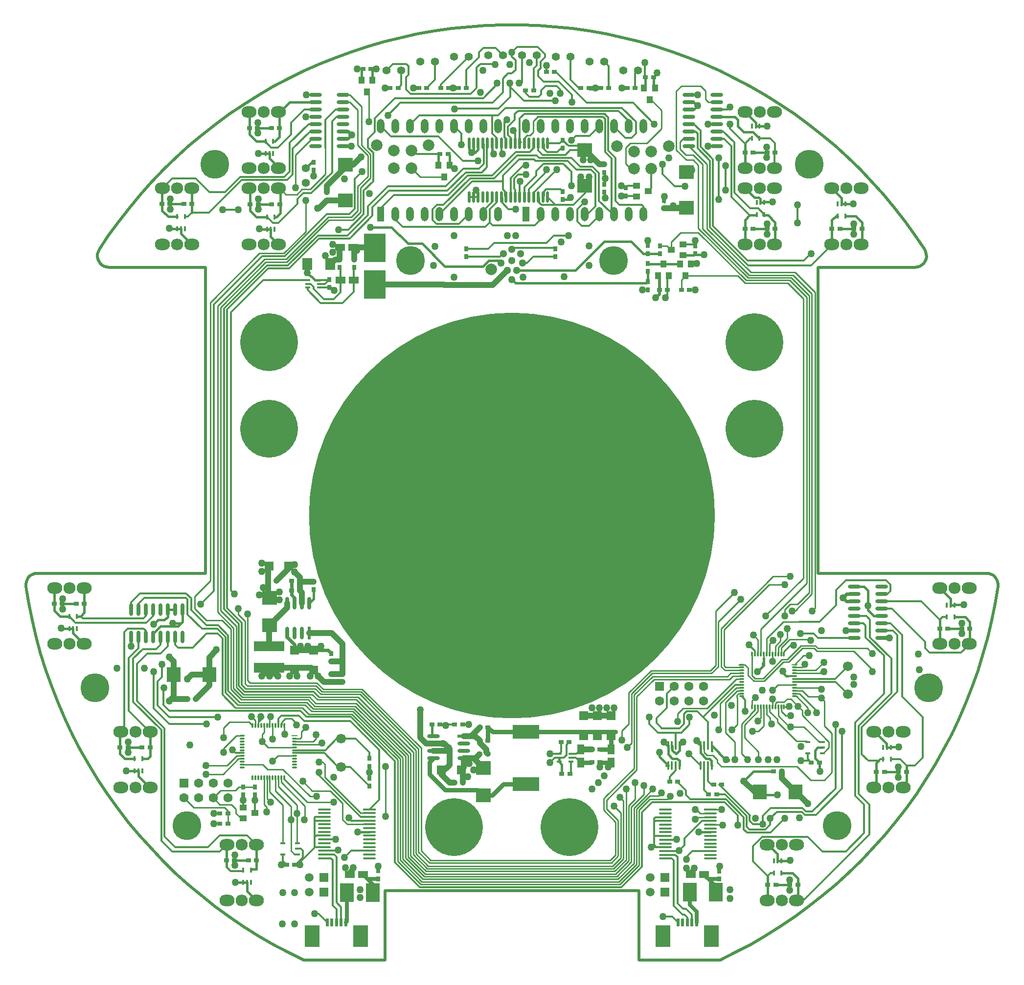
<source format=gbl>
%FSAX25Y25*%
%MOIN*%
G70*
G01*
G75*
G04 Layer_Physical_Order=4*
G04 Layer_Color=16711680*
%ADD10O,0.08661X0.02362*%
%ADD11R,0.03000X0.03543*%
%ADD12R,0.05118X0.05512*%
%ADD13R,0.05512X0.05118*%
%ADD14R,0.03543X0.03000*%
%ADD15R,0.05000X0.06693*%
%ADD16R,0.04921X0.03937*%
%ADD17R,0.08661X0.02362*%
%ADD18O,0.08661X0.02362*%
%ADD19O,0.02362X0.08661*%
%ADD20R,0.09449X0.09843*%
%ADD21C,0.01575*%
%ADD22C,0.01181*%
%ADD23C,0.00984*%
%ADD24C,0.01000*%
%ADD25C,0.03150*%
%ADD26C,0.03937*%
%ADD27C,0.02756*%
%ADD28C,0.02362*%
%ADD29C,0.00591*%
%ADD30C,0.01969*%
%ADD31C,0.05906*%
%ADD32R,0.05906X0.05906*%
%ADD33C,0.05118*%
%ADD34C,0.07874*%
%ADD35O,0.10236X0.07874*%
%ADD36O,0.08268X0.07874*%
%ADD37R,0.05118X0.09843*%
%ADD38O,0.05118X0.09843*%
%ADD39R,0.06299X0.06299*%
%ADD40C,0.06299*%
%ADD41C,2.75591*%
%ADD42C,0.39370*%
%ADD43C,0.19685*%
%ADD44C,0.05500*%
%ADD45C,0.06693*%
%ADD46C,0.05000*%
%ADD47R,0.09646X0.09843*%
%ADD48R,0.09843X0.09449*%
%ADD49R,0.02362X0.08661*%
%ADD50O,0.02362X0.08661*%
%ADD51R,0.20866X0.07087*%
%ADD52O,0.03937X0.01024*%
%ADD53O,0.01024X0.03937*%
%ADD54R,0.03937X0.01024*%
%ADD55R,0.03543X0.01575*%
%ADD56R,0.09449X0.12598*%
%ADD57R,0.06693X0.05000*%
%ADD58R,0.09843X0.14961*%
%ADD59R,0.01969X0.05512*%
%ADD60O,0.08661X0.01575*%
%ADD61R,0.08661X0.01575*%
%ADD62R,0.18110X0.09252*%
%ADD63O,0.01378X0.06299*%
%ADD64R,0.07087X0.07874*%
%ADD65R,0.03543X0.01575*%
%ADD66R,0.09843X0.09646*%
%ADD67R,0.03937X0.04921*%
%ADD68O,0.02165X0.07874*%
%ADD69R,0.15000X0.19685*%
%ADD70R,0.01575X0.03543*%
%ADD71R,0.06000X0.06299*%
%ADD72R,0.06299X0.06000*%
D10*
X1007551Y0929500D02*
D03*
Y0934500D02*
D03*
Y0939500D02*
D03*
Y0944500D02*
D03*
Y0949500D02*
D03*
Y0954500D02*
D03*
Y0959500D02*
D03*
Y0964500D02*
D03*
X1026449Y0929500D02*
D03*
Y0934500D02*
D03*
Y0939500D02*
D03*
Y0944500D02*
D03*
Y0949500D02*
D03*
Y0954500D02*
D03*
Y0959500D02*
D03*
Y0964500D02*
D03*
X0771949D02*
D03*
Y0959500D02*
D03*
Y0954500D02*
D03*
Y0949500D02*
D03*
Y0944500D02*
D03*
Y0939500D02*
D03*
Y0934500D02*
D03*
Y0929500D02*
D03*
X0753051Y0964500D02*
D03*
Y0959500D02*
D03*
Y0954500D02*
D03*
Y0949500D02*
D03*
Y0944500D02*
D03*
Y0939500D02*
D03*
Y0934500D02*
D03*
Y0929500D02*
D03*
X1120051Y0594000D02*
D03*
Y0599000D02*
D03*
Y0604000D02*
D03*
Y0609000D02*
D03*
Y0614000D02*
D03*
Y0619000D02*
D03*
Y0624000D02*
D03*
Y0629000D02*
D03*
X1138949Y0594000D02*
D03*
Y0599000D02*
D03*
Y0604000D02*
D03*
Y0609000D02*
D03*
Y0614000D02*
D03*
Y0619000D02*
D03*
Y0624000D02*
D03*
Y0629000D02*
D03*
D11*
X0752000Y0632500D02*
D03*
Y0627000D02*
D03*
X0764000Y0578000D02*
D03*
Y0583500D02*
D03*
Y0569500D02*
D03*
Y0564000D02*
D03*
X0771500Y0569500D02*
D03*
Y0564000D02*
D03*
X0795945Y0435276D02*
D03*
Y0429776D02*
D03*
X0790000Y0498500D02*
D03*
Y0493000D02*
D03*
Y0506500D02*
D03*
Y0512000D02*
D03*
X1028279Y0435047D02*
D03*
Y0429547D02*
D03*
X0762500Y0833000D02*
D03*
Y0838500D02*
D03*
X0779626Y0852169D02*
D03*
Y0846669D02*
D03*
X0752000Y0913000D02*
D03*
Y0918500D02*
D03*
X0979500Y0849500D02*
D03*
Y0844000D02*
D03*
X0988000Y0856000D02*
D03*
Y0861500D02*
D03*
X1012000D02*
D03*
Y0856000D02*
D03*
X0856000Y0854000D02*
D03*
Y0859500D02*
D03*
X0916500D02*
D03*
Y0854000D02*
D03*
X0921500Y0933500D02*
D03*
Y0928000D02*
D03*
X0964500Y0895500D02*
D03*
Y0901000D02*
D03*
X0769626Y0852169D02*
D03*
Y0846669D02*
D03*
X0979500Y0831500D02*
D03*
Y0837000D02*
D03*
Y0856200D02*
D03*
Y0861700D02*
D03*
X0712000Y0487012D02*
D03*
Y0492512D02*
D03*
X0761000Y0892500D02*
D03*
Y0898000D02*
D03*
X0990500Y0892500D02*
D03*
Y0887000D02*
D03*
X0921500Y0898500D02*
D03*
Y0893000D02*
D03*
X0950000Y0898000D02*
D03*
Y0903500D02*
D03*
Y0911512D02*
D03*
Y0917012D02*
D03*
X0704000Y0486988D02*
D03*
Y0492488D02*
D03*
D14*
X0671500Y0552500D02*
D03*
X0666000D02*
D03*
X0737000Y0626500D02*
D03*
X0742500D02*
D03*
X0721000Y0633000D02*
D03*
X0726500D02*
D03*
X0737000D02*
D03*
X0742500D02*
D03*
X0688000Y0467500D02*
D03*
X0693500D02*
D03*
Y0474500D02*
D03*
X0688000D02*
D03*
X0739000Y0439500D02*
D03*
X0733500D02*
D03*
X0853500Y0495500D02*
D03*
X0848000D02*
D03*
X0870500Y0515000D02*
D03*
X0865000D02*
D03*
X0865102Y0524029D02*
D03*
X0870602D02*
D03*
X0838000Y0535000D02*
D03*
X0832500D02*
D03*
X0848000D02*
D03*
X0853500D02*
D03*
X0865102Y0533059D02*
D03*
X0870602D02*
D03*
X0994500Y0496000D02*
D03*
X1000000D02*
D03*
X1021000Y0487500D02*
D03*
X1026500D02*
D03*
X1024500Y0494000D02*
D03*
X1030000D02*
D03*
X1065358Y0503031D02*
D03*
X1070858D02*
D03*
X0993000Y0831500D02*
D03*
X0987500D02*
D03*
X1008000D02*
D03*
X1002500D02*
D03*
X0838000Y0924000D02*
D03*
X0843500D02*
D03*
X0910500Y0980000D02*
D03*
X0916000D02*
D03*
X0978000Y0976500D02*
D03*
X0983500D02*
D03*
X0965512Y0969000D02*
D03*
X0971012D02*
D03*
X0580691Y0617315D02*
D03*
X0575191D02*
D03*
X0590191D02*
D03*
X0595691D02*
D03*
X0625500Y0519500D02*
D03*
X0620000D02*
D03*
X0635000D02*
D03*
X0640500D02*
D03*
X0698000Y0442500D02*
D03*
X0692500D02*
D03*
X0707500D02*
D03*
X0713000D02*
D03*
X1076230Y0425687D02*
D03*
X1081730D02*
D03*
X1066730D02*
D03*
X1061230D02*
D03*
X1150230Y0502687D02*
D03*
X1155730D02*
D03*
X1140730D02*
D03*
X1135230D02*
D03*
X1193500Y0600500D02*
D03*
X1199000D02*
D03*
X1184000D02*
D03*
X1178500D02*
D03*
X1120000Y0873000D02*
D03*
X1125500D02*
D03*
X1110500D02*
D03*
X1105000D02*
D03*
X1060811Y0872998D02*
D03*
X1066311D02*
D03*
X1051311D02*
D03*
X1045811D02*
D03*
X1060730Y0925187D02*
D03*
X1066230D02*
D03*
X1051230D02*
D03*
X1045730D02*
D03*
X0714191Y0889813D02*
D03*
X0708691D02*
D03*
X0723338Y0889842D02*
D03*
X0728838D02*
D03*
X0713691Y0941813D02*
D03*
X0708191D02*
D03*
X0723191D02*
D03*
X0728691D02*
D03*
X0654000Y0890000D02*
D03*
X0648500D02*
D03*
X0663500D02*
D03*
X0669000D02*
D03*
X0785500Y0982000D02*
D03*
X0791000D02*
D03*
X0809500Y0969000D02*
D03*
X0804000D02*
D03*
X0829000D02*
D03*
X0823500D02*
D03*
X0838500D02*
D03*
X0844000D02*
D03*
X0856000D02*
D03*
X0850500D02*
D03*
X0901797Y0967500D02*
D03*
X0896297D02*
D03*
X0934000Y0969000D02*
D03*
X0939500D02*
D03*
X0953000D02*
D03*
X0947500D02*
D03*
X1096500Y0509000D02*
D03*
X1091000D02*
D03*
X0926500Y0501500D02*
D03*
X0921000D02*
D03*
X0920500Y0523000D02*
D03*
X0926000D02*
D03*
X0947000Y0509500D02*
D03*
X0941500D02*
D03*
X0947000Y0518000D02*
D03*
X0941500D02*
D03*
D15*
X0934000Y0508945D02*
D03*
Y0517945D02*
D03*
X0954500Y0518000D02*
D03*
Y0509000D02*
D03*
D16*
X0704000Y0471000D02*
D03*
Y0478500D02*
D03*
X0712000Y0474800D02*
D03*
X1003500Y0862500D02*
D03*
Y0855000D02*
D03*
X0995500Y0858700D02*
D03*
X0972000Y0895000D02*
D03*
Y0902500D02*
D03*
X0980000Y0898800D02*
D03*
D17*
X0854177Y0527102D02*
D03*
D18*
X0833705Y0512102D02*
D03*
Y0517102D02*
D03*
Y0522102D02*
D03*
Y0527102D02*
D03*
X0854177Y0512102D02*
D03*
Y0517102D02*
D03*
Y0522102D02*
D03*
D19*
X0627500Y0613449D02*
D03*
X0632500D02*
D03*
X0637500D02*
D03*
X0642500D02*
D03*
X0647500D02*
D03*
X0652500D02*
D03*
X0657500D02*
D03*
X0662500D02*
D03*
X0627500Y0594551D02*
D03*
X0632500D02*
D03*
X0637500D02*
D03*
X0642500D02*
D03*
X0647500D02*
D03*
X0652500D02*
D03*
X0657500D02*
D03*
X0662500D02*
D03*
D21*
X0645862Y0606362D02*
X0650362D01*
X0643000Y0603500D02*
X0645862Y0606362D01*
X0650362D02*
X0652500Y0608500D01*
X0859439Y0924939D02*
X0861939D01*
X0864028Y0927028D01*
X0857728Y0926650D02*
Y0931406D01*
Y0926650D02*
X0859439Y0924939D01*
X1001224Y0520724D02*
X1003500Y0523000D01*
X1001138Y0520724D02*
X1001224D01*
X0990500Y0523000D02*
X0992776Y0520724D01*
X0993461D01*
X1034500Y0510500D02*
Y0511000D01*
X1074015Y0567985D02*
X1075179D01*
X1070500Y0571500D02*
X1074015Y0567985D01*
X1057500Y0574345D02*
X1058584Y0575429D01*
X1054297Y0571142D02*
X1057500Y0574345D01*
X1058584Y0575429D02*
Y0580506D01*
X0919061Y0509774D02*
Y0512333D01*
X1056311Y0890998D02*
X1058870D01*
X1012500Y0855500D02*
X1018000D01*
X0968313Y0864500D02*
X0976613Y0856200D01*
X0949862Y0864500D02*
X0968313D01*
X0930098Y0844736D02*
X0949862Y0864500D01*
X0890244Y0844736D02*
X0930098D01*
X0873476Y0925024D02*
X0874500Y0924000D01*
X0873476Y0925024D02*
Y0931406D01*
X0860878Y0926378D02*
Y0931406D01*
X0864028Y0927028D02*
Y0931406D01*
X0747626Y0843193D02*
X0752760Y0838059D01*
X0756000D01*
X1023118Y0516882D02*
Y0520571D01*
X1015441Y0515618D02*
Y0520571D01*
X0716500Y0568000D02*
Y0568716D01*
X1012000Y0856000D02*
X1012500Y0855500D01*
X0919061Y0509774D02*
X0921000Y0507835D01*
Y0501500D02*
Y0507835D01*
X0832500Y0528307D02*
Y0535000D01*
Y0528307D02*
X0833705Y0527102D01*
X0750500Y0918500D02*
X0751500D01*
X0746500Y0914500D02*
X0750500Y0918500D01*
X0790500Y0874000D02*
X0805000D01*
X0816106Y0862894D01*
X0825919D01*
X0841313Y0847500D01*
X0867205D01*
X0871205Y0851500D01*
X0878020D01*
X0879709Y0849811D01*
X1096500Y0503500D02*
X1097000Y0503000D01*
X1096500Y0503500D02*
Y0509000D01*
X1095248Y0519248D02*
X1098575D01*
X1093500Y0517500D02*
X1095248Y0519248D01*
X1093500Y0512000D02*
Y0517500D01*
Y0512000D02*
X1096500Y0509000D01*
X0896263Y0836000D02*
X0978500D01*
X0976613Y0856200D02*
X0979500D01*
Y0849500D02*
X0980000Y0849000D01*
X0990200D01*
X1001500D01*
X0979500Y0837000D02*
Y0844000D01*
X0896188Y0835925D02*
X0896263Y0836000D01*
X0889575Y0835925D02*
X0896188D01*
X0887000Y0838500D02*
X0889575Y0835925D01*
X1011000Y0855000D02*
X1012000Y0856000D01*
X1003500Y0855000D02*
X1011000D01*
X0987800Y0856200D02*
X0988000Y0856000D01*
X0979500Y0856200D02*
X0987800D01*
X1051532Y0503031D02*
X1065358D01*
X1045000Y0496500D02*
X1051532Y0503031D01*
X0692500Y0452961D02*
X0692728Y0453189D01*
X0692500Y0442500D02*
Y0451500D01*
X0713000Y0436500D02*
Y0442500D01*
X0708691Y0889813D02*
Y0900274D01*
X0708919Y0900502D01*
X0708691Y0885313D02*
Y0889813D01*
X1014283Y0461543D02*
X1022319D01*
X1120051Y0629000D02*
X1127000D01*
X1129500Y0626500D01*
Y0616000D02*
Y0626500D01*
Y0613000D02*
Y0616000D01*
Y0613000D02*
X1133500Y0609000D01*
X1138949D01*
X0652500Y0613449D02*
X0657500D01*
X0647500Y0602000D02*
X0659500D01*
X0661500Y0604000D02*
X0662500Y0605000D01*
X0659500Y0602000D02*
X0661500Y0604000D01*
X0656000D02*
X0661500D01*
X0642500Y0597000D02*
X0647500Y0602000D01*
X0642500Y0594551D02*
Y0597000D01*
X0652500Y0608500D02*
Y0613449D01*
X0662500Y0605000D02*
Y0613449D01*
X0993461Y0514772D02*
Y0520724D01*
Y0514772D02*
X0996366Y0511866D01*
X0999516D01*
X1001138Y0510245D01*
Y0507142D02*
Y0510245D01*
X0996020Y0520724D02*
X0996315Y0520429D01*
Y0517326D02*
Y0520429D01*
Y0517326D02*
X0997641Y0516000D01*
X0997732D01*
X0998799Y0514933D01*
X1001138Y0517272D01*
Y0520724D01*
X0992272Y0507142D02*
X0993461D01*
X1022823Y0507283D02*
X1023118Y0506988D01*
X0925500Y0893000D02*
X0927000Y0894500D01*
X0921500Y0893000D02*
X0925500D01*
X0983500Y0970000D02*
Y0976500D01*
X0837000Y0916500D02*
Y0923000D01*
X0844500Y0916500D02*
Y0923000D01*
X0784500Y0974500D02*
Y0981000D01*
X0792000Y0974500D02*
Y0981000D01*
X0749000Y0617736D02*
X0752000Y0620736D01*
Y0627000D01*
X0781949Y0461772D02*
X0789984D01*
X0714191Y0889813D02*
X0723691D01*
X1045730Y0914691D02*
X1045923Y0914498D01*
X1105193Y0897748D02*
Y0900500D01*
X1125500Y0862539D02*
Y0873000D01*
X1105000Y0862504D02*
Y0873000D01*
X1110500D02*
X1120000D01*
X1105000D02*
Y0879000D01*
X1125500Y0873000D02*
Y0877500D01*
X0595498Y0628004D02*
X0595691Y0627811D01*
X0575191Y0617315D02*
Y0627776D01*
X0595691Y0617315D02*
Y0627811D01*
X0580691Y0617315D02*
X0590191D01*
X0595691Y0611315D02*
Y0617315D01*
X0575191Y0612815D02*
Y0617315D01*
X0640307Y0492000D02*
Y0494752D01*
X0620000Y0519500D02*
Y0529961D01*
X0640500Y0519500D02*
Y0529996D01*
X0625500Y0519500D02*
X0635000D01*
X0640500Y0513500D02*
Y0519500D01*
X0620000Y0515000D02*
Y0519500D01*
X0713000Y0442500D02*
Y0452996D01*
X0698000Y0442500D02*
X0707500D01*
X0692500Y0438000D02*
Y0442500D01*
X1061230Y0415191D02*
Y0425687D01*
X1066730D02*
X1076230D01*
X1061230D02*
Y0431687D01*
X1081730Y0425687D02*
Y0430187D01*
X1135230Y0492191D02*
X1135423Y0491998D01*
X1155502D02*
X1155730Y0492226D01*
Y0502687D01*
X1135230Y0492191D02*
Y0502687D01*
X1140730D02*
X1150230D01*
X1135230D02*
Y0508687D01*
X1155730Y0502687D02*
Y0507187D01*
X1178693Y0625248D02*
Y0628000D01*
X1199000Y0590039D02*
Y0600500D01*
X1178500Y0590004D02*
Y0600500D01*
X1184000D02*
X1193500D01*
X1178500D02*
Y0606500D01*
X1199000Y0600500D02*
Y0605000D01*
X1066083Y0862309D02*
X1066311Y0862537D01*
X1045811Y0862502D02*
X1046004Y0862309D01*
X1066311Y0862537D02*
Y0872998D01*
X1045811Y0862502D02*
Y0872998D01*
X1051311D02*
X1060811D01*
X1049043Y0882230D02*
X1053252D01*
X1045811Y0878998D02*
X1049043Y0882230D01*
X1045811Y0872998D02*
Y0878998D01*
X1066311Y0872998D02*
Y0877498D01*
X1061579Y0882230D02*
X1066311Y0877498D01*
X1058370Y0882230D02*
X1061579D01*
X1051230Y0925187D02*
X1060730D01*
X0708191Y0941813D02*
Y0952274D01*
X0728691Y0941813D02*
Y0952309D01*
X0713691Y0941813D02*
X0723191D01*
X0728691Y0935813D02*
Y0941813D01*
X0708191Y0937313D02*
Y0941813D01*
X0668807Y0862500D02*
Y0865252D01*
X0648500Y0890000D02*
Y0900461D01*
X0669000Y0890000D02*
Y0900496D01*
X0654000Y0890000D02*
X0663500D01*
X0669000Y0884000D02*
Y0890000D01*
X0648500Y0885500D02*
Y0890000D01*
Y0900461D02*
X0648728Y0900689D01*
X0728500Y0952500D02*
X0728691Y0952309D01*
X0728500Y0952500D02*
X0735500Y0959500D01*
X0753051D01*
X1026449Y0949500D02*
X1038728D01*
X1041000Y0947228D01*
Y0942917D02*
Y0947228D01*
X1045730Y0914691D02*
Y0925187D01*
Y0931187D01*
X1125272Y0862311D02*
X1125500Y0862539D01*
X1198772Y0589811D02*
X1199000Y0590039D01*
X1135230Y0508687D02*
X1136772Y0510228D01*
X1081730Y0416000D02*
Y0425687D01*
X1057894Y0487032D02*
X1067858D01*
X1007551Y0959500D02*
X1011000D01*
X1013500Y0957000D01*
X1011000Y0954500D02*
X1013500Y0957000D01*
X1007551Y0954500D02*
X1011000D01*
X0987500Y0513102D02*
X0993461Y0507142D01*
X0987500Y0513102D02*
Y0516000D01*
X1022823Y0507283D02*
Y0510387D01*
X1021497Y0511713D02*
X1022823Y0510387D01*
X1019353Y0511713D02*
X1021497D01*
X1015448Y0515618D02*
X1019353Y0511713D01*
X1015441Y0515618D02*
X1015448D01*
X1013000Y0523012D02*
X1015441Y0520571D01*
X1013000Y0523012D02*
Y0524000D01*
X1023118Y0520571D02*
X1033189Y0510500D01*
X1034500D01*
X0859439Y0924939D02*
X0860878Y0926378D01*
X1145230Y0519641D02*
X1150529D01*
X1150668Y0519780D01*
X1078104Y0433814D02*
X1081730Y0430187D01*
X1070522Y0433814D02*
X1078104D01*
X1067963Y0442082D02*
X1070522D01*
X1067963D02*
Y0446647D01*
X1061423Y0453187D02*
X1067963Y0446647D01*
X1070522Y0442082D02*
X1076353D01*
X1178500Y0590004D02*
X1178693Y0589811D01*
X1195781Y0608219D02*
X1199000Y0605000D01*
X1188412Y0608219D02*
X1195781D01*
X1185853Y0616486D02*
X1188412D01*
X1185853D02*
Y0620840D01*
X1178693Y0628000D02*
X1185853Y0620840D01*
X1188532Y0616607D02*
X1194743D01*
X1188412Y0616486D02*
X1188532Y0616607D01*
X1142500Y0519500D02*
X1145059D01*
X1142303Y0519697D02*
X1142500Y0519500D01*
X1142303Y0519697D02*
Y0521924D01*
X1134133Y0530094D02*
X1142303Y0521924D01*
X1133461Y0530094D02*
X1134133D01*
X0706500Y0421445D02*
Y0427500D01*
X0703941D02*
X0706500D01*
Y0421445D02*
X0713039Y0414906D01*
X0698500Y0427500D02*
X0703941D01*
X0709791Y0436500D02*
X0713000D01*
X0709059Y0435768D02*
X0709791Y0436500D01*
X0712809Y0453187D02*
X0713000Y0452996D01*
X0620000Y0515000D02*
X0623232Y0511768D01*
X0629941D01*
X0638768D02*
X0640500Y0513500D01*
X0635059Y0511768D02*
X0638768D01*
X0640309Y0530187D02*
X0640500Y0529996D01*
X0632500Y0499807D02*
Y0503500D01*
Y0499807D02*
X0640307Y0492000D01*
X0629941Y0503500D02*
X0632500D01*
X0624364D02*
X0629941D01*
X0624257Y0503393D02*
X0624364Y0503500D01*
X0575191Y0612815D02*
X0579238Y0608768D01*
X0585441D01*
X0593144D02*
X0595691Y0611315D01*
X0590559Y0608768D02*
X0593144D01*
X0588000Y0597313D02*
Y0600500D01*
X0580006Y0600778D02*
X0580285Y0600500D01*
X0585441D01*
X0588000D01*
X0661500Y0869807D02*
Y0873000D01*
Y0869807D02*
X0668807Y0862500D01*
X0653506Y0873278D02*
X0653785Y0873000D01*
X0658941D01*
X0661500D01*
X0648500Y0885500D02*
X0652732Y0881268D01*
X0658941D01*
X0668807Y0900689D02*
X0669000Y0900496D01*
X0708691Y0885313D02*
X0712915Y0881089D01*
X0720080D01*
X0726467D02*
X0729191Y0883813D01*
X0725198Y0881089D02*
X0726467D01*
X0729191Y0883813D02*
Y0900309D01*
X0722639Y0867806D02*
Y0872821D01*
Y0867806D02*
X0728039Y0862405D01*
X0715000Y0873000D02*
X0715179Y0872821D01*
X0720080D01*
X0722639D01*
X0708191Y0937313D02*
X0712872Y0932632D01*
X0719225D01*
X0708191Y0952274D02*
X0708419Y0952502D01*
X0725510Y0932632D02*
X0728691Y0935813D01*
X0724343Y0932632D02*
X0725510D01*
X0721784Y0921027D02*
Y0924365D01*
X0714216D02*
X0719225D01*
X0721784D01*
X1053144Y0942917D02*
Y0945467D01*
X1060917Y0942917D02*
X1061000Y0943000D01*
X1053144Y0942917D02*
X1055702D01*
X1060917D01*
X1041000Y0942917D02*
X1044917Y0939000D01*
X1051352D01*
X1055702Y0934649D01*
X1056114Y0891195D02*
X1056311Y0890998D01*
X1056114Y0891195D02*
Y0893422D01*
X1055192Y0894345D02*
X1056114Y0893422D01*
X1052211Y0894345D02*
X1055192D01*
X1045961Y0900595D02*
X1052211Y0894345D01*
X1059250Y0891378D02*
X1064436D01*
X1058870Y0890998D02*
X1059250Y0891378D01*
X1121268Y0881732D02*
X1125500Y0877500D01*
X1114059Y0881732D02*
X1121268D01*
X1105000Y0879000D02*
X1107732Y0881732D01*
X1108941D01*
X1105000Y0862504D02*
X1105191Y0862313D01*
X1111500Y0890000D02*
Y0894193D01*
X1105193Y0900500D02*
X1111500Y0894193D01*
X1119460Y0890000D02*
X1119639Y0890179D01*
X1111500Y0890000D02*
X1114059D01*
X1119460D01*
X0588000Y0597313D02*
X0595498Y0589815D01*
Y0592567D01*
X0728998Y0862313D02*
Y0865065D01*
X0728498Y0914313D02*
Y0917065D01*
X0721784Y0921027D02*
X0728498Y0914313D01*
X1061423Y0450435D02*
Y0453187D01*
X0991000Y0891500D02*
Y0895000D01*
X0978000Y0969000D02*
Y0975500D01*
X1045923Y0949935D02*
Y0952687D01*
X1053144Y0945467D01*
X1061230Y0415191D02*
X1061423Y0414998D01*
D22*
X0998579Y0520724D02*
Y0529500D01*
X1002500D01*
X0986409D02*
X0998579D01*
X1002500D02*
X1008000Y0535000D01*
X0980500Y0535409D02*
X0986409Y0529500D01*
X1008000Y0535000D02*
Y0540000D01*
X1013124Y0544000D02*
X1017059Y0540064D01*
X1006000Y0544000D02*
X1013124D01*
X1004122Y0542122D02*
X1006000Y0544000D01*
X0992500Y0546500D02*
Y0556000D01*
X0985500Y0539500D02*
X0992500Y0546500D01*
X0985500Y0536000D02*
Y0539500D01*
X0992500Y0556000D02*
X0997500Y0561000D01*
X1001185Y0532469D02*
X1004122Y0535406D01*
X1107500Y0491500D02*
Y0535000D01*
X1091642Y0475642D02*
X1107500Y0491500D01*
X1087173Y0475642D02*
X1091642D01*
X1084815Y0478000D02*
X1087173Y0475642D01*
X1063276Y0478000D02*
X1084815D01*
X1086500Y0473500D02*
X1094284D01*
X1084500Y0475500D02*
X1086500Y0473500D01*
X1067500Y0475500D02*
X1084500D01*
X1130500Y0460000D02*
Y0480500D01*
X1086500Y0416000D02*
X1130500Y0460000D01*
X1081730Y0416000D02*
X1086500D01*
X1085406Y0414906D02*
X1086500Y0416000D01*
X1081039Y0414906D02*
X1085406D01*
X1127000Y0461000D02*
Y0480500D01*
X1114500Y0448500D02*
X1127000Y0461000D01*
X1098500Y0448500D02*
X1114500D01*
X0999780Y0413067D02*
Y0444547D01*
Y0413067D02*
X1003500Y0409346D01*
X1005654D01*
X1003138Y0405500D02*
X1004500D01*
X1006500Y0403500D01*
Y0400016D02*
Y0403500D01*
X0648500Y0567500D02*
Y0576000D01*
X0645500Y0564500D02*
X0648500Y0567500D01*
X0645500Y0548000D02*
Y0564500D01*
Y0548000D02*
X0653500Y0540000D01*
X0686500D01*
X0653500Y0535500D02*
X0679000D01*
X0918000Y0925500D02*
X0920500Y0928000D01*
X0910843Y0925500D02*
X0918000D01*
X0908811Y0927532D02*
X0910843Y0925500D01*
X0923500Y0923500D02*
X0926606Y0926606D01*
X0907815Y0923500D02*
X0923500D01*
X0904972Y0926342D02*
X0907815Y0923500D01*
X0870000Y0915000D02*
Y0931079D01*
X0866500Y0911500D02*
X0870000Y0915000D01*
X0855500Y0911500D02*
X0866500D01*
X0891878Y0920378D02*
X0902122D01*
X0880795Y0909295D02*
X0891878Y0920378D01*
X0880795Y0899909D02*
Y0909295D01*
X0890500Y0923000D02*
X0904000D01*
X0875000Y0907500D02*
X0890500Y0923000D01*
X0858500Y0907500D02*
X0875000D01*
X0889394Y0925500D02*
X0899102D01*
X0873394Y0909500D02*
X0889394Y0925500D01*
X0856878Y0909500D02*
X0873394D01*
X0905563Y0921437D02*
X0927563D01*
X0904000Y0923000D02*
X0905563Y0921437D01*
X0903032Y0919468D02*
X0925031D01*
X0902122Y0920378D02*
X0903032Y0919468D01*
X0903500Y0909500D02*
Y0912500D01*
X0908500Y0917500D01*
X0900500Y0906500D02*
X0903500Y0909500D01*
X0908500Y0917500D02*
X0922000D01*
X0898673Y0894594D02*
Y0900173D01*
X0910500Y0912000D01*
Y0913500D01*
X0895524Y0901524D02*
X0900500Y0906500D01*
X0895524Y0894594D02*
Y0901524D01*
X0917500Y0913456D02*
Y0913500D01*
X0901823Y0897779D02*
X0917500Y0913456D01*
X0901823Y0894594D02*
Y0897779D01*
X0989500Y0910500D02*
X0998000Y0902000D01*
X0989500Y0910500D02*
Y0917000D01*
X0971012Y0969000D02*
Y0979012D01*
X0973000Y0981000D01*
X0938000Y0959000D02*
X0969500D01*
X0917000Y0980000D02*
X0938000Y0959000D01*
X0916000Y0980000D02*
X0917000D01*
X0906500Y0982500D02*
Y0987000D01*
X0905000Y0981000D02*
X0906500Y0982500D01*
X0905000Y0977000D02*
Y0981000D01*
X0917482Y0970482D02*
X0917500Y0970500D01*
X0910000Y0970482D02*
X0917482D01*
X0917500Y0970500D02*
X0920000Y0968000D01*
X0907018Y0967500D02*
X0910000Y0970482D01*
X0920000Y0966000D02*
Y0968000D01*
X0907018Y0964833D02*
Y0967500D01*
X0905185Y0963000D02*
X0907018Y0964833D01*
X0899000Y0963000D02*
X0905185D01*
X0896297Y0965703D02*
Y0967500D01*
Y0965703D02*
X0899000Y0963000D01*
X0834571Y0974571D02*
Y0986000D01*
X0829000Y0969000D02*
X0834571Y0974571D01*
X0812500Y0874500D02*
X0869000D01*
X0807500Y0879500D02*
X0812500Y0874500D01*
X0807500Y0879500D02*
Y0883000D01*
X0806500Y0896000D02*
X0843378D01*
X0797500Y0887000D02*
X0806500Y0896000D01*
X0797500Y0883000D02*
Y0887000D01*
X0843378Y0896000D02*
X0856878Y0909500D01*
X0843000Y0899000D02*
X0855500Y0911500D01*
X0803291Y0899000D02*
X0843000D01*
X0792000Y0887709D02*
X0803291Y0899000D01*
X0842000Y0902000D02*
X0854000Y0914000D01*
X0802500Y0902000D02*
X0842000D01*
X0788965Y0888465D02*
X0802500Y0902000D01*
X0786000Y0883000D02*
Y0899000D01*
X0775500Y0872500D02*
X0786000Y0883000D01*
X0769000Y0872500D02*
X0775500D01*
X0788965Y0882465D02*
Y0888465D01*
X0775000Y0868500D02*
X0788965Y0882465D01*
X0754857Y0868500D02*
X0775000D01*
X0776500Y0866500D02*
X0792000Y0882000D01*
X0755640Y0866500D02*
X0776500D01*
X0792000Y0882000D02*
Y0887709D01*
X0786000Y0899000D02*
X0792500Y0905500D01*
Y0924873D01*
X0789000Y0934500D02*
X0793500Y0939000D01*
X0789000Y0928373D02*
Y0934500D01*
Y0928373D02*
X0792500Y0924873D01*
X0793500Y0939000D02*
Y0948500D01*
X0807122Y0962122D01*
X0745500Y0954500D02*
X0753051D01*
X0736500Y0945500D02*
X0745500Y0954500D01*
X0736500Y0937500D02*
Y0945500D01*
X0767000Y0954500D02*
X0771949D01*
X0760000Y0947500D02*
X0767000Y0954500D01*
X0760000Y0928500D02*
Y0947500D01*
X0764500Y0911500D02*
Y0946500D01*
X0767500Y0949500D01*
X0771949D01*
X0750250Y0897250D02*
X0764500Y0911500D01*
X0744750Y0897250D02*
X0750250D01*
X0737622Y0910185D02*
Y0927622D01*
X0735653Y0912154D02*
Y0931653D01*
X0748500Y0944500D02*
X0753051D01*
X0735653Y0931653D02*
X0748500Y0944500D01*
X0749500Y0939500D02*
X0753051D01*
X0737622Y0927622D02*
X0749500Y0939500D01*
X0767606Y0525358D02*
X0780642D01*
X0759764Y0517516D02*
X0767606Y0525358D01*
X0768673Y0506146D02*
X0770500D01*
X0776854D01*
X0790000Y0493000D01*
X0780642Y0525358D02*
X0790000Y0516000D01*
Y0512000D02*
Y0516000D01*
X0776843Y0537500D02*
X0796500Y0517843D01*
Y0483642D02*
Y0517843D01*
X0789984Y0477126D02*
X0796500Y0483642D01*
X0745500Y0537500D02*
X0776843D01*
X0807225Y0441047D02*
Y0510130D01*
X0777058Y0540298D02*
X0807225Y0510130D01*
X0747008Y0540298D02*
X0777058D01*
X1018000Y0490500D02*
Y0506988D01*
Y0490500D02*
X1021000Y0487500D01*
X1007500Y0514964D02*
Y0515000D01*
Y0514929D02*
Y0514964D01*
X1020559Y0520571D02*
Y0536564D01*
X1017059Y0540064D02*
X1020559Y0536564D01*
X0755500Y0500264D02*
Y0502500D01*
Y0500264D02*
X0757500Y0498264D01*
X0783756Y0472008D01*
X0775500Y0471500D02*
X0777551Y0469449D01*
X0789984D01*
X1140500Y0556000D02*
Y0582000D01*
X1128000Y0594500D02*
X1140500Y0582000D01*
X1128000Y0594500D02*
Y0602500D01*
X1131000Y0594500D02*
X1145500Y0580000D01*
X1131000Y0594500D02*
Y0606500D01*
X1145500Y0556500D02*
Y0580000D01*
X1075179Y0567985D02*
X1079450D01*
X0991500Y0826000D02*
X0993000Y0827500D01*
Y0831500D01*
X0880016Y0905500D02*
X0880795Y0906279D01*
X0860000Y0905500D02*
X0880016D01*
X0880795Y0899909D02*
X0882236Y0898468D01*
X0891284Y0910000D02*
X0896500D01*
X0888500Y0907216D02*
X0891284Y0910000D01*
X0888500Y0900500D02*
Y0907216D01*
X0895000Y0916500D02*
X0896500D01*
X0886075Y0907575D02*
X0895000Y0916500D01*
X0886075Y0894594D02*
Y0907575D01*
X0879776Y0924724D02*
X0880500Y0924000D01*
X0879776Y0924724D02*
Y0931406D01*
X0862500Y0899500D02*
X0864028Y0897972D01*
Y0894594D02*
Y0897972D01*
X0860878Y0897878D02*
X0862500Y0899500D01*
X0860878Y0894594D02*
Y0897878D01*
Y0894594D02*
X0864028D01*
X0857728D02*
X0860878D01*
X0950500Y0925500D02*
Y0948000D01*
X0949000Y0949500D02*
X0950500Y0948000D01*
X0904639Y0949500D02*
X0949000D01*
X0957500Y0892000D02*
Y0921284D01*
X0952563Y0926221D02*
X0957500Y0921284D01*
X0952563Y0926221D02*
Y0948937D01*
X0955000Y0886744D02*
Y0921000D01*
X0950500Y0925500D02*
X0955000Y0921000D01*
X0926606Y0926606D02*
X0936500D01*
X0927563Y0921437D02*
X0933500Y0915500D01*
X0925031Y0919468D02*
X0931000Y0913500D01*
X0922000Y0917500D02*
X0927500Y0912000D01*
X0904972Y0926342D02*
Y0931406D01*
X0901823Y0928221D02*
Y0931406D01*
X0899102Y0925500D02*
X0901823Y0928221D01*
X0870000Y0931079D02*
X0870327Y0931406D01*
X0853500Y0919500D02*
X0864000D01*
X0837000Y0936000D02*
X0853500Y0919500D01*
X0804500Y0936000D02*
X0837000D01*
X0868016Y0917516D02*
Y0927382D01*
X0867866Y0927532D02*
X0868016Y0927382D01*
X0867177Y0931406D02*
X0867866Y0930717D01*
Y0927532D02*
Y0930717D01*
X0864500Y0914000D02*
X0868016Y0917516D01*
X0854000Y0914000D02*
X0864500D01*
X0741000Y0893500D02*
X0744750Y0897250D01*
X0741000Y0890000D02*
Y0893500D01*
X0761441Y0832941D02*
X0762500Y0834000D01*
X0764000Y0833000D02*
X0766000Y0831000D01*
X0762500Y0833000D02*
X0764000D01*
X1032784Y0484000D02*
X1045000Y0471784D01*
X0985693Y0451307D02*
X0991610D01*
X0982193D02*
X0985693D01*
X0982000Y0451500D02*
X0982193Y0451307D01*
X0984000Y0468500D02*
Y0471000D01*
X0984779Y0471779D01*
X0991610D01*
X0984000Y0458616D02*
Y0468500D01*
Y0453000D02*
Y0458616D01*
Y0468500D02*
X0984720Y0469220D01*
X0991610D01*
X0984000Y0453000D02*
X0985693Y0451307D01*
X0984000Y0458616D02*
X0984368Y0458984D01*
X0991610D01*
X0996216Y0404000D02*
X1000201Y0400016D01*
X0990000Y0404000D02*
X0996216D01*
X0752465Y0457965D02*
Y0471465D01*
X0752516Y0469449D02*
X0759276D01*
X0752465Y0471465D02*
X0753008Y0472008D01*
X0759276D01*
X0752465Y0451000D02*
Y0457965D01*
X0753713Y0459213D01*
X0759276D01*
X0742500Y0441035D02*
X0752465Y0451000D01*
X0742500Y0439500D02*
Y0441035D01*
X0753000Y0451535D02*
X0759276D01*
X0752500Y0406000D02*
X0755217D01*
X0761201Y0400016D01*
X0913000Y0515000D02*
X0913108Y0514892D01*
X0913000Y0509000D02*
X0916333Y0512333D01*
X0919061D01*
X0913108Y0514892D02*
X0919061D01*
X0742000Y0541000D02*
X0745500Y0537500D01*
X0730000Y0541000D02*
X0742000D01*
X0727927Y0538927D02*
X0730000Y0541000D01*
X0727927Y0534445D02*
Y0538927D01*
X0653500Y0544500D02*
X0742805D01*
X0649622Y0548378D02*
X0653500Y0544500D01*
X0742805D02*
X0747008Y0540298D01*
X0689748Y0555216D02*
X0698464Y0546500D01*
X0691717Y0556783D02*
X0700118Y0548382D01*
X0693685Y0557997D02*
X0701182Y0550500D01*
X0704846Y0557370D02*
X0751856D01*
X0701000Y0561216D02*
X0704846Y0557370D01*
X0703000Y0562000D02*
X0705500Y0559500D01*
X1049313Y0472971D02*
Y0473038D01*
X1047012Y0471000D02*
Y0472556D01*
X1045000Y0463500D02*
Y0471784D01*
X1032068Y0487500D02*
X1047012Y0472556D01*
X1041000Y0466500D02*
Y0473000D01*
X1032000Y0482000D02*
X1041000Y0473000D01*
X1047000Y0465264D02*
Y0470988D01*
X1047012Y0471000D01*
Y0469087D02*
Y0471000D01*
X1048980Y0472638D02*
X1049313Y0472971D01*
X1048980Y0469425D02*
X1051252Y0467154D01*
X1048980Y0469425D02*
Y0472638D01*
X1000780Y0449047D02*
X1004500Y0452768D01*
Y0457244D01*
X1016476Y0469220D02*
X1022319D01*
X0988900Y0532469D02*
X1001185D01*
X0838000Y0535000D02*
X0847500D01*
X0980500Y0535409D02*
Y0540000D01*
X0919061Y0514892D02*
X0920500Y0516331D01*
Y0523000D01*
X0919061Y0512333D02*
X0922333D01*
X0924179Y0514179D01*
Y0521179D01*
X0926000Y0523000D01*
X0926500Y0501500D02*
X0927328Y0502328D01*
Y0509774D01*
X0927328Y0512333D02*
X0930612D01*
X0934000Y0508945D01*
X0927328Y0514892D02*
X0930947D01*
X0934000Y0517945D01*
X0702000Y0908500D02*
X0732000D01*
X0691500Y0898000D02*
X0702000Y0908500D01*
X0681000Y0898000D02*
X0691500D01*
X0671500Y0907500D02*
X0681000Y0898000D01*
X0655543Y0907500D02*
X0671500D01*
X0732000Y0908500D02*
X0735653Y0912154D01*
X0733968Y0906532D02*
X0737622Y0910185D01*
X1088378Y0511622D02*
X1089500Y0510500D01*
X1091000Y0509000D01*
X1084000Y0510500D02*
X1089500D01*
X1088378Y0511622D02*
Y0515480D01*
X0988900Y0532469D02*
Y0532600D01*
X0985500Y0536000D02*
X0988900Y0532600D01*
X1039074Y0562079D02*
X1043624D01*
X1017059Y0540064D02*
X1039074Y0562079D01*
X1043624Y0554205D02*
X1046000Y0551829D01*
X0695500Y0816000D02*
X0717559Y0838059D01*
X0747732D01*
X0761000Y0883000D02*
X0776344D01*
X0732346Y0854346D02*
X0761000Y0883000D01*
X0734357Y0848000D02*
X0754857Y0868500D01*
X0735172Y0846031D02*
X0755640Y0866500D01*
X0720216Y0848000D02*
X0734357D01*
X0721032Y0846031D02*
X0735172D01*
X0716847Y0854346D02*
X0732346D01*
X0684000Y0626000D02*
Y0821500D01*
X0716847Y0854346D01*
X0780000Y0907000D02*
X0785000Y0912000D01*
X0780000Y0886656D02*
Y0907000D01*
X0776344Y0883000D02*
X0780000Y0886656D01*
X0675000Y0617000D02*
X0684000Y0626000D01*
X0767445Y0413555D02*
Y0444776D01*
X0741000Y0450248D02*
X0743252D01*
X0744500Y0449000D01*
Y0444500D02*
Y0449000D01*
X0739000Y0439500D02*
X0739500D01*
X0730803Y0442197D02*
X0733500Y0439500D01*
X0730803Y0442197D02*
Y0446480D01*
X0712000Y0483500D02*
Y0487012D01*
Y0474800D02*
Y0483500D01*
X0704000Y0478500D02*
Y0483500D01*
X0783756Y0472008D02*
X0789984D01*
X0807225Y0441047D02*
X0824075Y0424197D01*
X0689748Y0555216D02*
Y0593752D01*
X0643000Y0546000D02*
X0653500Y0535500D01*
X0693000Y0614500D02*
X0703000Y0604500D01*
Y0562000D02*
Y0604500D01*
X0693685Y0557997D02*
Y0595815D01*
X0691717Y0556783D02*
Y0594783D01*
X0686500Y0597000D02*
X0689748Y0593752D01*
X0686250Y0600250D02*
X0691717Y0594783D01*
X0686750Y0602750D02*
X0693685Y0595815D01*
X0691032Y0613685D02*
X0701000Y0603716D01*
Y0561216D02*
Y0603716D01*
X0977500Y0977000D02*
X0978000Y0976500D01*
X0977500Y0977000D02*
Y0986500D01*
X0982000Y0900800D02*
Y0914000D01*
X0980000Y0898800D02*
X0982000Y0900800D01*
X0971500Y0895500D02*
X0972000Y0895000D01*
X0964500Y0895500D02*
X0971500D01*
X0966000Y0902500D02*
X0972000D01*
X0964500Y0901000D02*
X0966000Y0902500D01*
X0957500Y0892000D02*
X0960172Y0889328D01*
X0982000Y0914000D02*
Y0914984D01*
X0821811Y0924000D02*
X0838000D01*
X0819500Y0926311D02*
X0821811Y0924000D01*
X0969500Y0959000D02*
X0984000Y0944500D01*
X0993000Y0831500D02*
Y0840000D01*
X0779126Y0830126D02*
Y0838169D01*
X0771500Y0822500D02*
X0779126Y0830126D01*
X0756673Y0822500D02*
X0771500D01*
X0770126Y0829626D02*
Y0837500D01*
X0765500Y0825000D02*
X0770126Y0829626D01*
X0759020Y0825000D02*
X0765500D01*
X0696590Y0517590D02*
X0698632Y0515548D01*
X0703124D01*
X0695500Y0626500D02*
X0698000Y0624000D01*
X0695500Y0626500D02*
Y0816000D01*
X0762059Y0838059D02*
X0762500Y0838500D01*
X0759500Y0835500D02*
X0762059Y0838059D01*
X0762500Y0837650D02*
Y0838500D01*
X0761059Y0838059D02*
X0762059D01*
X0757000D02*
X0761059D01*
X0747732Y0831441D02*
X0756673Y0822500D01*
X0752000Y0832020D02*
X0759020Y0825000D01*
X0756000Y0835500D02*
X0759500D01*
X0756000Y0832941D02*
X0761441D01*
X0752000Y0832020D02*
Y0833500D01*
X0750000Y0835500D02*
X0752000Y0833500D01*
X0747732Y0831441D02*
Y0832941D01*
Y0835500D02*
X0750000D01*
X0779126Y0838169D02*
Y0846169D01*
X0770126Y0838169D02*
Y0846169D01*
X0897311Y0849811D02*
X0901500Y0854000D01*
X0916500D01*
X0888122Y0860079D02*
X0916500D01*
X0856000Y0854000D02*
X0879012D01*
X0856000Y0859500D02*
X0871000D01*
X0915500Y0868500D02*
X0925500D01*
X0910500Y0863500D02*
X0915500Y0868500D01*
X0875000Y0863500D02*
X0910500D01*
X0871000Y0859500D02*
X0875000Y0863500D01*
X1011000Y0862500D02*
X1012000Y0861500D01*
X1003500Y0862500D02*
X1011000D01*
X1094284Y0473500D02*
X1112000Y0491216D01*
X1049991Y0542000D02*
X1052679Y0544687D01*
Y0547119D01*
X1041500Y0466000D02*
X1042500D01*
X1063295Y0461295D02*
X1073000Y0471000D01*
X0706496Y0459500D02*
X0712809Y0453187D01*
X0688000Y0459500D02*
X0706496D01*
X0650218Y0458781D02*
Y0532281D01*
X0631500Y0551000D02*
X0650218Y0532281D01*
X0692500Y0452957D02*
X0692730Y0453187D01*
X0692500Y0452957D02*
Y0452961D01*
Y0451500D02*
Y0452957D01*
X0648250Y0455750D02*
Y0531250D01*
X0629000Y0550500D02*
X0648250Y0531250D01*
X0809512Y0969000D02*
X0811500Y0970988D01*
Y0982500D01*
X1005280Y0444047D02*
X1009980Y0448748D01*
X1022319D01*
X0991610Y0456425D02*
X0999657D01*
X0991610Y0448748D02*
X1000480D01*
X1000780Y0449047D01*
X0991610Y0446189D02*
X0998138D01*
X0991610Y0443630D02*
X0995992D01*
X0998138Y0446189D02*
X0999780Y0444547D01*
X0995992Y0443630D02*
X0997177Y0442445D01*
X0933500Y0915500D02*
X0942000D01*
X0931000Y0913500D02*
X0941000D01*
X1121000Y0536500D02*
X1140500Y0556000D01*
X1128500Y0609000D02*
X1131000Y0606500D01*
X1126500Y0604000D02*
X1128000Y0602500D01*
X1120051Y0604000D02*
X1126500D01*
X1120051Y0609000D02*
X1128500D01*
X1145000Y0604000D02*
X1153000Y0596000D01*
X1138949Y0604000D02*
X1145000D01*
X1138949Y0614000D02*
X1146000D01*
X0637500Y0609000D02*
Y0613449D01*
X0636000Y0600500D02*
X0637500Y0599000D01*
Y0594551D02*
Y0599000D01*
X0642500Y0609000D02*
Y0613449D01*
X0892374Y0905374D02*
X0892500Y0905500D01*
X0892374Y0894594D02*
Y0905374D01*
X0937000Y0897500D02*
Y0902394D01*
X0928799Y0889299D02*
X0937000Y0897500D01*
X0916567Y0889299D02*
X0928799D01*
X0925378Y0929622D02*
X0933984D01*
X0921500Y0933500D02*
X0925378Y0929622D01*
X0927500Y0933500D02*
X0930500Y0936500D01*
X0909161Y0889299D02*
X0916567D01*
X0909141Y0889279D02*
X0909161Y0889299D01*
X0905661Y0890721D02*
Y0893906D01*
X0904972Y0894594D02*
X0905661Y0893906D01*
X0911272Y0894594D02*
X0916567Y0889299D01*
X0927500Y0902500D02*
Y0912000D01*
X0934500Y0891500D02*
X0936500D01*
X0919405Y0931406D02*
X0921500Y0933500D01*
X0911272Y0931406D02*
X0919405D01*
X0920500Y0928000D02*
X0921500D01*
X0908811Y0927532D02*
Y0930717D01*
X0908122Y0931406D02*
X0908811Y0930717D01*
X0920091Y0899909D02*
X0921500Y0898500D01*
X0910252Y0899909D02*
X0920091D01*
X0908811Y0898468D02*
X0910252Y0899909D01*
X0908811Y0895284D02*
Y0898468D01*
X0908122Y0894594D02*
X0908811Y0895284D01*
X0888500Y0900500D02*
X0889224Y0899776D01*
Y0894594D02*
Y0899776D01*
X0892374Y0931406D02*
X0893063Y0932094D01*
X0882236Y0895284D02*
Y0898468D01*
Y0895284D02*
X0882925Y0894594D01*
X0876122Y0931909D02*
X0876626Y0931406D01*
X0901500Y0894917D02*
X0901823Y0894594D01*
X0931284Y0471606D02*
Y0471606D01*
X0924000Y0469890D02*
X0925250Y0471140D01*
Y0471140D01*
X0924000Y0469890D02*
Y0469890D01*
X0930568Y0465322D02*
Y0465322D01*
X1138949Y0624000D02*
X1143000D01*
X1145000Y0626000D01*
Y0630500D01*
X1142000Y0633500D02*
X1145000Y0630500D01*
X0997177Y0411461D02*
Y0442445D01*
X0759276Y0448976D02*
X0768146D01*
X0768445Y0449276D01*
X0759276Y0456653D02*
X0767323D01*
X0765803Y0446417D02*
X0767445Y0444776D01*
X0759276Y0446417D02*
X0765803D01*
X0764843Y0411689D02*
Y0442673D01*
X0763657Y0443858D02*
X0764843Y0442673D01*
X0759276Y0443858D02*
X0763657D01*
X0772945Y0444276D02*
X0777646Y0448976D01*
X0789984D01*
X1107158Y0566016D02*
X1116000Y0574858D01*
X1107598Y0564048D02*
X1116000Y0555646D01*
X0966500Y0943000D02*
Y0946500D01*
X0971500Y0938000D02*
Y0945930D01*
X0968500Y0935000D02*
X0971500Y0938000D01*
X0964284Y0935000D02*
X0968500D01*
X0956500Y0942784D02*
X0964284Y0935000D01*
X0956500Y0942784D02*
Y0943000D01*
X0940000Y0936500D02*
X0946500Y0943000D01*
X0930500Y0936500D02*
X0940000D01*
X0876626Y0931406D02*
Y0934874D01*
X0876122Y0931909D02*
Y0935378D01*
X0876626Y0934874D01*
X0886075Y0931406D02*
Y0935153D01*
X0882000Y0935515D02*
X0882925Y0934590D01*
Y0931406D02*
Y0934590D01*
X0889224Y0931406D02*
Y0938776D01*
X0888000Y0940000D02*
X0889224Y0938776D01*
X0895524Y0931406D02*
Y0934590D01*
X0897634Y0936701D01*
X0817500Y0943000D02*
Y0944000D01*
X0892374Y0931406D02*
Y0948374D01*
X1054721Y0886972D02*
X1058370Y0883322D01*
Y0882230D02*
Y0883322D01*
X1049221Y0886972D02*
X1054721D01*
X0892374Y0948374D02*
X0895500Y0951500D01*
X0891139Y0953500D02*
X0959564D01*
X0967102Y0945962D01*
X0884122Y0937106D02*
X0886075Y0935153D01*
X0895500Y0951500D02*
X0950000D01*
X0950564D01*
X0950000D02*
X0952563Y0948937D01*
X0931500Y0886500D02*
X0936500Y0891500D01*
X0931500Y0878133D02*
Y0886500D01*
Y0878133D02*
X0934500Y0875133D01*
X0939633D01*
X0946500Y0882000D01*
Y0883000D01*
X0906500Y0879500D02*
Y0883000D01*
X0879776Y0894594D02*
X0880465Y0893906D01*
Y0890721D02*
Y0893906D01*
Y0890721D02*
X0884686Y0886500D01*
X0889500D01*
X0873462Y0950462D02*
X0873500Y0950500D01*
X0872602Y0950462D02*
X0873462D01*
X0873500Y0938000D02*
X0876122Y0935378D01*
X0873500Y0938000D02*
Y0950500D01*
X0961994Y0955500D02*
X0971532Y0945962D01*
X0889000Y0951361D02*
X0891139Y0953500D01*
X0884122Y0937106D02*
Y0942622D01*
X0889000Y0947500D02*
Y0951361D01*
X0884122Y0942622D02*
X0889000Y0947500D01*
X0882000Y0935515D02*
Y0946000D01*
X0883500Y0947500D01*
X0837500Y0883000D02*
X0860000Y0905500D01*
X0797500Y0943000D02*
X0804500Y0936000D01*
X0938468Y0883000D02*
X0944000Y0888531D01*
Y0910500D01*
X0941000Y0913500D02*
X0944000Y0910500D01*
X0942000Y0915500D02*
X0946342Y0911158D01*
X0954378Y0885122D02*
X0956500Y0883000D01*
X0954378Y0886122D02*
X0956000Y0884500D01*
X0976500Y0883000D02*
Y0888500D01*
X0975672Y0889328D02*
X0976500Y0888500D01*
X0954378Y0886122D02*
X0955000Y0886744D01*
X0847500Y0943000D02*
X0852500Y0938000D01*
Y0930500D02*
Y0938000D01*
X0946342Y0892157D02*
Y0911158D01*
Y0892157D02*
X0953378Y0885122D01*
X0954378D01*
X0960172Y0889328D02*
X0975672D01*
X0833000Y0879000D02*
Y0886430D01*
X0840299Y0889299D02*
X0858500Y0907500D01*
X0833000Y0886430D02*
X0835869Y0889299D01*
X0840299D01*
X0879012Y0854000D02*
X0881153Y0856142D01*
X0894291Y0849811D02*
X0897311D01*
X0887000Y0858957D02*
X0888122Y0860079D01*
X0669000Y0884000D02*
X0680500D01*
X0703031Y0906532D01*
X0733968D01*
X0690000Y0886000D02*
X0700500D01*
X1066000Y0914500D02*
Y0924957D01*
X1035500Y0941417D02*
Y0944500D01*
Y0941417D02*
X1045730Y0931187D01*
X1026449Y0954500D02*
X1034000D01*
X1035500Y0956000D01*
X1038500Y0897692D02*
X1049221Y0886972D01*
X1038500Y0897692D02*
Y0932000D01*
X1031000Y0939500D02*
X1038500Y0932000D01*
X1026449Y0939500D02*
X1031000D01*
X1026449Y0934500D02*
X1031500D01*
X1036532Y0929469D01*
Y0894742D02*
Y0929469D01*
Y0894742D02*
X1049043Y0882230D01*
X1081500Y0877000D02*
Y0889000D01*
X1007551Y0939500D02*
X1012000D01*
X1048000Y0848000D02*
X1090878D01*
X1047500Y0851500D02*
X1086000D01*
X1090500Y0856000D02*
X1091000D01*
X1086000Y0851500D02*
X1090500Y0856000D01*
X1032500Y0899500D02*
Y0916000D01*
X1028000Y0893000D02*
Y0921500D01*
X0636000Y0607500D02*
X0637500Y0609000D01*
X0638000Y0604500D02*
X0642500Y0609000D01*
X1138949Y0619000D02*
X1166000D01*
X1178500Y0606500D01*
X1168500Y0587000D02*
Y0591500D01*
Y0587000D02*
X1171500Y0584000D01*
X1192957D01*
X1146000Y0614000D02*
X1168500Y0591500D01*
X1155730Y0507187D02*
X1161687D01*
X1167000Y0512500D01*
Y0540000D01*
X1153000Y0554000D02*
X1167000Y0540000D01*
X1153000Y0554000D02*
Y0596000D01*
X1146500Y0599000D02*
X1149500Y0596000D01*
X1138949Y0599000D02*
X1146500D01*
X1051140Y0441778D02*
X1061230Y0431687D01*
X0632500Y0587000D02*
Y0594551D01*
X0893786Y0972786D02*
Y0988500D01*
X0892000Y0971000D02*
X0893786Y0972786D01*
X0905661Y0890721D02*
X0907103Y0889279D01*
X0909141D01*
X0833000Y0879000D02*
X0835500Y0876500D01*
X0851000D01*
X0857108Y0882608D01*
X0873476Y0891248D02*
Y0894594D01*
X0868000Y0885772D02*
X0873476Y0891248D01*
X0868000Y0884214D02*
Y0885772D01*
X0869000Y0874500D02*
X0872000Y0877500D01*
X0876626Y0891126D02*
Y0894594D01*
X0872000Y0886500D02*
X0876626Y0891126D01*
X0872000Y0877500D02*
Y0886500D01*
X0910500Y0980000D02*
Y0984500D01*
X1079450Y0566016D02*
X1107158D01*
X0885500Y0970126D02*
Y0972500D01*
X0801500Y0981000D02*
X0806000Y0985500D01*
X0815000D01*
X1063000Y0471000D02*
X1067500Y0475500D01*
X1112000Y0491216D02*
Y0530500D01*
X0643000Y0571000D02*
X0643500D01*
X1057858Y0467142D02*
Y0472583D01*
X1063276Y0478000D01*
X0643000Y0546000D02*
Y0571000D01*
X0626000Y0580500D02*
X0632500Y0587000D01*
X0626000Y0544496D02*
X0640309Y0530187D01*
X0626000Y0544496D02*
Y0580500D01*
X0625315Y0600500D02*
X0636000D01*
X0623000Y0598185D02*
X0625315Y0600500D01*
X0623000Y0532957D02*
Y0598185D01*
X0620000Y0529961D02*
X0620228Y0530189D01*
X0629000Y0550500D02*
Y0580000D01*
X0635500Y0586500D01*
X0652500Y0588500D02*
Y0594551D01*
X0647500Y0583500D02*
X0652500Y0588500D01*
X0638500Y0583500D02*
X0647500D01*
X0631500Y0576500D02*
X0638500Y0583500D01*
X0631500Y0551000D02*
Y0576500D01*
X0635500Y0586500D02*
X0644500D01*
X0647500Y0589500D01*
Y0594551D01*
X0823962Y0950462D02*
X0872602D01*
X0817500Y0944000D02*
X0823962Y0950462D01*
X1007551Y0944500D02*
X1011000D01*
X1023969Y0875031D02*
X1047500Y0851500D01*
X1022000Y0874000D02*
X1048000Y0848000D01*
X0872000Y0877500D02*
X0874000Y0875500D01*
X0902500D01*
X0906500Y0879500D01*
X1005000Y0902000D02*
Y0903500D01*
X1012000Y0939500D02*
X1013457Y0938043D01*
X1011000Y0944500D02*
X1015500Y0940000D01*
Y0928969D02*
Y0940000D01*
Y0928969D02*
X1023969Y0920501D01*
Y0875031D02*
Y0920501D01*
X1013457Y0927887D02*
Y0938043D01*
Y0927887D02*
X1022000Y0919343D01*
Y0874000D02*
Y0919343D01*
X0998000Y0902000D02*
X1005000D01*
X0895126Y0960500D02*
X0916500D01*
X0885500Y0970126D02*
X0886000Y0969626D01*
X0895126Y0960500D01*
X0886000Y0963000D02*
Y0969626D01*
X0949928Y0987000D02*
X0953000Y0983928D01*
Y0969000D02*
Y0983928D01*
X0926857Y0974674D02*
X0932532Y0969000D01*
X0926857Y0974674D02*
Y0990500D01*
X0928000Y0959500D02*
Y0964500D01*
X0919000Y0973500D02*
X0928000Y0964500D01*
X0815000Y0985500D02*
X0816500Y0984000D01*
X0874716Y0985500D02*
X0875858Y0986642D01*
X0818000Y0965000D02*
X0859000D01*
X0815000Y0968000D02*
X0818000Y0965000D01*
X0816500Y0978000D02*
Y0984000D01*
X0815000Y0968000D02*
Y0976500D01*
X0816500Y0978000D01*
X0865500Y0985500D02*
X0874716D01*
X0859000Y0965000D02*
X0863000Y0969000D01*
Y0983000D01*
X0865500Y0985500D01*
X0838500Y0969000D02*
Y0971357D01*
X0857643Y0990500D01*
X0856000Y0969000D02*
Y0981500D01*
X0864500Y0990000D01*
X0875714Y0996500D02*
X0880714Y0991500D01*
X0864500Y0990000D02*
Y0993500D01*
X0867500Y0996500D01*
X0875714D01*
X0901797Y0967500D02*
Y0982500D01*
X0903786Y0984488D02*
Y0991500D01*
X0901797Y0982500D02*
X0903786Y0984488D01*
X0908500Y0973500D02*
X0919000D01*
X0905000Y0977000D02*
X0908500Y0973500D01*
X0906500Y0987000D02*
X0909500Y0990000D01*
Y0992000D01*
X0887000Y0993500D02*
X0890500Y0997000D01*
X0904500D01*
X0909500Y0992000D01*
X0877000Y0971622D02*
Y0972500D01*
X0887000Y0990500D02*
Y0993500D01*
Y0990500D02*
X0889500Y0988000D01*
Y0981500D02*
Y0988000D01*
X0886874Y0978874D02*
X0889500Y0981500D01*
X0884374Y0978874D02*
X0886874D01*
X0881000Y0975500D02*
X0884374Y0978874D01*
X0881000Y0966000D02*
Y0975500D01*
X0867500Y0962122D02*
X0877000Y0971622D01*
X0882500Y0955500D02*
X0961994D01*
X0872602Y0950462D02*
X0877462D01*
X0882500Y0955500D01*
X0878000Y0955000D02*
X0886000Y0963000D01*
X0847567Y0955067D02*
X0848000Y0954634D01*
X0847634Y0955000D02*
X0878000D01*
X0874000Y0959000D02*
X0881000Y0966000D01*
X0811000Y0959000D02*
X0874000D01*
X0802500Y0950500D02*
X0811000Y0959000D01*
X0807122Y0962122D02*
X0867500D01*
X1114500Y0633500D02*
X1142000D01*
X1107750Y0626750D02*
X1114500Y0633500D01*
X1107750Y0616250D02*
Y0626750D01*
X1096500Y0605000D02*
X1107750Y0616250D01*
X1083000Y0605000D02*
X1096500D01*
X0649622Y0559622D02*
X0650000Y0560000D01*
X0649622Y0548378D02*
Y0559622D01*
X0668500Y0613000D02*
X0678750Y0602750D01*
X0686750D01*
X0627500Y0618500D02*
X0633500Y0624500D01*
X0627500Y0613449D02*
Y0618500D01*
X0668500Y0613000D02*
Y0621000D01*
X0633500Y0624500D02*
X0665000D01*
X0668500Y0621000D01*
X0691032Y0613685D02*
Y0818815D01*
X0720216Y0848000D01*
X0693000Y0614500D02*
Y0818000D01*
X0721032Y0846031D01*
X0632500Y0613449D02*
Y0617500D01*
X0636500Y0621500D01*
X0665000D01*
X0666000Y0610000D02*
X0675750Y0600250D01*
X0686250D01*
X0665000Y0621500D02*
X0666000Y0620500D01*
Y0610000D02*
Y0620500D01*
X0657500Y0589500D02*
X0659500Y0587500D01*
X0657500Y0589500D02*
Y0594551D01*
X0659500Y0587500D02*
X0669500D01*
X0679000Y0597000D01*
X0686500D01*
X0677000Y0506000D02*
Y0507000D01*
X1095500Y0594000D02*
X1120051D01*
X1083500Y0597000D02*
X1092500D01*
X1095500Y0594000D01*
X0824075Y0424197D02*
X0961697D01*
X0975500Y0438000D01*
Y0475000D01*
X1046000Y0544000D02*
Y0551829D01*
X0994500Y0499500D02*
X0998579Y0503579D01*
Y0507142D01*
X1079450Y0564048D02*
X1107598D01*
X1064804Y0458504D02*
X1064808Y0458500D01*
X1078113D02*
X1078117Y0458504D01*
X1064808Y0458500D02*
X1069058D01*
X1069062Y0458504D01*
X1073859D01*
X1073863Y0458500D01*
X1078113D01*
X1078117Y0458504D02*
X1088496D01*
X1041000Y0466500D02*
X1041500Y0466000D01*
X1051140Y0441778D02*
Y0452140D01*
X1057504Y0458504D01*
X1064804D01*
X1063000Y0466799D02*
Y0471000D01*
X1059465Y0463264D02*
X1063000Y0466799D01*
X1049000Y0463264D02*
X1059465D01*
X1047205Y0461295D02*
X1063295D01*
X1045000Y0463500D02*
X1047205Y0461295D01*
X1047000Y0465264D02*
X1049000Y0463264D01*
X1051839Y0467142D02*
X1057858D01*
X1051252Y0467154D02*
X1051827D01*
X1051839Y0467142D01*
X1005654Y0409346D02*
X1009650Y0405350D01*
Y0400016D02*
Y0405350D01*
X0997177Y0411461D02*
X1003138Y0405500D01*
X0770650Y0400016D02*
Y0410350D01*
X0767445Y0413555D02*
X0770650Y0410350D01*
X0767500Y0400016D02*
Y0409031D01*
X0764843Y0411689D02*
X0767500Y0409031D01*
X0738950Y0517516D02*
X0759764D01*
X0738950Y0515548D02*
X0759271D01*
X0767673Y0507146D01*
X1004500Y0457244D02*
X1016476Y0469220D01*
X0975500Y0475000D02*
X0982500Y0482000D01*
X1032000D01*
X0994500Y0496000D02*
Y0499500D01*
X1000000Y0496000D02*
X1001000Y0495000D01*
X1028352Y0494000D02*
X1049313Y0473038D01*
X1008500Y0484000D02*
X1032784D01*
X1000500Y0495000D02*
X1005378Y0490122D01*
Y0487122D02*
Y0490122D01*
Y0487122D02*
X1008500Y0484000D01*
X1020559Y0496473D02*
X1023032Y0494000D01*
X1020559Y0496473D02*
Y0506988D01*
X1007500Y0514929D02*
X1015441Y0506988D01*
X1004122Y0535406D02*
Y0542122D01*
X1026500Y0487500D02*
X1032068D01*
X1123184Y0534184D02*
X1145500Y0556500D01*
X1129932Y0510228D02*
X1136772D01*
X1125316Y0514844D02*
X1129932Y0510228D01*
X1125316Y0514844D02*
Y0533139D01*
X1149500Y0557323D01*
Y0596000D01*
X1136772Y0510228D02*
X1137917Y0511374D01*
X1140112D01*
X1151544D02*
X1155730Y0507187D01*
X1145230Y0511374D02*
X1151544D01*
X1061230Y0431687D02*
X1063357Y0433814D01*
X1065404D01*
X1178500Y0606500D02*
X1180219Y0608219D01*
X1183294D01*
X1192957Y0584000D02*
X1198770Y0589813D01*
X0703322Y0435148D02*
X0703941Y0435768D01*
X0695352Y0435148D02*
X0703322D01*
X0692500Y0438000D02*
X0695352Y0435148D01*
X0620230Y0530187D02*
X0623000Y0532957D01*
X0594411Y0607500D02*
X0636000D01*
X0593144Y0608768D02*
X0594411Y0607500D01*
X0589709Y0604500D02*
X0638000D01*
X0585441Y0608768D02*
X0589709Y0604500D01*
X0648730Y0900687D02*
X0655543Y0907500D01*
X0666268Y0881268D02*
X0669000Y0884000D01*
X0664059Y0881268D02*
X0666268D01*
X0728000Y0877000D02*
X0741000Y0890000D01*
X0724169Y0877000D02*
X0728000D01*
X0720080Y0881089D02*
X0724169Y0877000D01*
X0727500Y0928500D02*
X0736500Y0937500D01*
X0723000Y0928500D02*
X0727500D01*
X0719225Y0932275D02*
X0723000Y0928500D01*
X0719225Y0932275D02*
Y0932632D01*
X1066230Y0925187D02*
Y0931270D01*
X1062851Y0934649D02*
X1066230Y0931270D01*
X1055702Y0934649D02*
X1062851D01*
X1045730Y0931187D02*
X1049192Y0934649D01*
X1050584D01*
X1090878Y0848000D02*
X1105191Y0862313D01*
X0739500Y0439500D02*
X0744500Y0444500D01*
X0761059Y0838059D02*
X0762500Y0839500D01*
X0933984Y0929622D02*
X0937000Y0926606D01*
X0648250Y0455750D02*
X0655500Y0448500D01*
X0688043D01*
X0692500Y0452957D01*
X0650218Y0458781D02*
X0657500Y0451500D01*
X0680000D01*
X0688000Y0459500D01*
X1088496Y0458504D02*
X1098500Y0448500D01*
X1123184Y0487816D02*
Y0534184D01*
Y0487816D02*
X1130500Y0480500D01*
X1121000Y0486500D02*
Y0536500D01*
Y0486500D02*
X1127000Y0480500D01*
D23*
X1020000Y0546000D02*
X1040016Y0566016D01*
X1003500Y0546000D02*
X1020000D01*
X0999986Y0542486D02*
X1003500Y0546000D01*
X0968000Y0914000D02*
X0970189D01*
X0964500Y0917500D02*
X0968000Y0914000D01*
X0964500Y0917500D02*
Y0928500D01*
X0967500Y0931500D02*
X0979000D01*
X0964500Y0928500D02*
X0967500Y0931500D01*
X0979000D02*
X0989000Y0941500D01*
X0981800Y0961000D02*
X0989000Y0953800D01*
Y0941500D02*
Y0953800D01*
X0784000Y0884500D02*
Y0901000D01*
X0778500Y0879000D02*
X0784000Y0884500D01*
X0762357Y0879000D02*
X0778500D01*
X0784000Y0901000D02*
X0790630Y0907630D01*
Y0923870D01*
X0784500Y0930000D02*
Y0956500D01*
X0776500Y0964500D02*
X0784500Y0956500D01*
X0771949Y0964500D02*
X0776500D01*
X0749500Y0900000D02*
X0760000Y0910500D01*
X0744000Y0900000D02*
X0749500D01*
X0760000Y0910500D02*
Y0928500D01*
X0740500Y0896500D02*
X0744000Y0900000D01*
X0733000Y0896500D02*
X0740500D01*
X0812639Y0443289D02*
Y0512372D01*
X0751494Y0545711D02*
X0779300D01*
X0810867Y0442555D02*
Y0511638D01*
X0750437Y0543940D02*
X0778566D01*
X0779300Y0545711D02*
X0812639Y0512372D01*
X0778566Y0543940D02*
X0810867Y0511638D01*
X0809095Y0441822D02*
Y0510905D01*
X0777832Y0542168D02*
X0809095Y0510905D01*
X0748673Y0542168D02*
X0777832D01*
X1045822Y0575681D02*
X1048000Y0573504D01*
Y0568500D02*
Y0573504D01*
Y0568500D02*
X1051772Y0564728D01*
X1050710Y0572900D02*
Y0582945D01*
X1050518Y0572707D02*
X1050710Y0572900D01*
X1050518Y0568488D02*
Y0572707D01*
Y0568488D02*
X1052505Y0566500D01*
X1119889Y0585106D02*
X1132500Y0572495D01*
Y0569962D02*
Y0572495D01*
X1131766Y0569228D02*
X1132500Y0569962D01*
X1129103Y0586877D02*
X1132598Y0583382D01*
X1095500Y0586877D02*
X1129103D01*
X1131766Y0569228D02*
X1133234D01*
X1094766Y0585106D02*
X1119889D01*
X1092971Y0586901D02*
X1094766Y0585106D01*
X1084751Y0586901D02*
X1092971D01*
X1075407Y0577557D02*
X1084751Y0586901D01*
X1093705Y0588672D02*
X1095500Y0586877D01*
X1084017Y0588672D02*
X1093705D01*
X1074674Y0579328D02*
X1084017Y0588672D01*
X1071734Y0577557D02*
X1075407D01*
X1058905Y0564728D02*
X1071734Y0577557D01*
X1051772Y0564728D02*
X1058905D01*
X1043801Y0575681D02*
X1045822D01*
X1043624Y0575859D02*
X1043801Y0575681D01*
X1071000Y0579328D02*
X1074674D01*
X1052505Y0566500D02*
X1058171D01*
X1071000Y0579328D01*
X1057500Y0574345D02*
Y0577000D01*
X1058584Y0578084D02*
Y0582945D01*
X0970228Y0505184D02*
Y0555228D01*
X0714147Y0536647D02*
X0717750Y0540250D01*
X0714147Y0536647D02*
Y0538397D01*
Y0534445D02*
Y0536647D01*
Y0538397D02*
X0716000Y0540250D01*
X0709500Y0540500D02*
X0712179Y0537821D01*
Y0534445D02*
Y0537821D01*
X0801000Y0472500D02*
Y0506500D01*
X0698464Y0546500D02*
X0744341D01*
X0700118Y0548382D02*
X0745995D01*
X0701528Y0550153D02*
X0747051D01*
X0701182Y0550500D02*
X0701528Y0550153D01*
X0705500Y0559500D02*
X0752855D01*
X0753589Y0561272D02*
X0757545Y0557315D01*
X0706723Y0561272D02*
X0753589D01*
X0705228Y0562766D02*
X0706723Y0561272D01*
X0754000Y0563500D02*
X0758413Y0559087D01*
X0708500Y0563500D02*
X0754000D01*
X0707000Y0565000D02*
X0708500Y0563500D01*
X0950933Y0485933D02*
X0950978D01*
X0949379Y0484379D02*
X0950933Y0485933D01*
X1013896Y0870500D02*
X1046500Y0837896D01*
X1002000Y0870500D02*
X1013896D01*
X0995500Y0864000D02*
X1002000Y0870500D01*
X0720000Y0475500D02*
Y0478584D01*
X0718084Y0480500D02*
X0720000Y0478584D01*
X0718084Y0480500D02*
Y0498619D01*
X1040016Y0566016D02*
X1043624D01*
X0733704Y0850347D02*
X0762357Y0879000D01*
X0749500Y0486000D02*
X0754000D01*
X0731000Y0504500D02*
X0749500Y0486000D01*
X0720500Y0504500D02*
X0731000D01*
X0747500Y0482000D02*
X0765500D01*
X0740500Y0489000D02*
X0747500Y0482000D01*
X0703124Y0507674D02*
X0717326D01*
X0720500Y0504500D01*
X1029500Y0574495D02*
Y0600500D01*
Y0574495D02*
X1032073Y0571922D01*
X1029500Y0600500D02*
X1065000Y0636000D01*
X1062155Y0630500D02*
X1073000D01*
X1031500Y0599845D02*
X1062155Y0630500D01*
X1065000Y0636000D02*
X1076500D01*
X1031500Y0575000D02*
Y0599845D01*
Y0575000D02*
X1032610Y0573890D01*
X1043624D01*
X1032073Y0571922D02*
X1043624D01*
X0825072Y0448928D02*
Y0518939D01*
Y0448928D02*
X0831500Y0442500D01*
X0954000D02*
X0957500Y0446000D01*
X0831500Y0442500D02*
X0954000D01*
X0784924Y0559087D02*
X0825072Y0518939D01*
X0758413Y0559087D02*
X0784924D01*
X0707000Y0565000D02*
Y0610500D01*
X0788300Y0966500D02*
X0789500Y0965300D01*
Y0947000D02*
Y0965300D01*
X0823300Y0448194D02*
Y0518205D01*
X0830766Y0440728D02*
X0954734D01*
X0959272Y0445266D01*
X0823300Y0448194D02*
X0830766Y0440728D01*
X0700500Y0610000D02*
X0705228Y0605272D01*
X0757545Y0557315D02*
X0784191D01*
X0823300Y0518205D01*
X0700500Y0610000D02*
Y0614000D01*
X0705228Y0562766D02*
Y0605272D01*
X0752855Y0559500D02*
X0756811Y0555543D01*
X0751856Y0557370D02*
X0755454Y0553772D01*
X0745995Y0548382D02*
X0750437Y0543940D01*
X0747051Y0550153D02*
X0751494Y0545711D01*
X0750897Y0555500D02*
X0754397Y0552000D01*
X0704071Y0555500D02*
X0750897D01*
X0699130Y0560441D02*
X0704071Y0555500D01*
X0744341Y0546500D02*
X0748673Y0542168D01*
X0688500Y0612636D02*
X0699130Y0602006D01*
Y0560441D02*
Y0602006D01*
X0818500Y0914500D02*
X0824500Y0908500D01*
X0840800D01*
X0995500Y0858700D02*
Y0864000D01*
X1046500Y0837896D02*
X1076104D01*
X0719347Y0850347D02*
X0733704D01*
X1076104Y0837896D02*
X1087720Y0826280D01*
X0992700Y0861500D02*
X0995500Y0858700D01*
X0988000Y0861500D02*
X0992700D01*
X0964740Y0480312D02*
X0964983Y0480555D01*
X1048500Y0589146D02*
X1052502Y0585144D01*
X1048500Y0589146D02*
Y0589500D01*
X1048679D01*
X1052679Y0585500D01*
Y0582945D02*
Y0585500D01*
X1051500Y0596000D02*
X1054647Y0592853D01*
Y0582945D02*
Y0592853D01*
X0717000Y0523500D02*
X0721015Y0519485D01*
X0738950D01*
X0718084Y0529584D02*
Y0534445D01*
X0717000Y0528500D02*
X0718084Y0529584D01*
X0717000Y0523500D02*
Y0528500D01*
X0729000Y0900500D02*
X0729191Y0900309D01*
X1057500Y0577000D02*
X1058584Y0578084D01*
X1041500Y0575859D02*
X1043624D01*
X0897634Y0936701D02*
X0897733Y0936799D01*
X0899299D01*
X0901500Y0939000D01*
Y0946361D01*
X0904639Y0949500D01*
X0729191Y0900309D02*
X0733000Y0896500D01*
X0712179Y0533945D02*
Y0534445D01*
X0714147Y0533945D02*
Y0534445D01*
X0812639Y0443289D02*
X0826318Y0429610D01*
X0688500Y0612636D02*
Y0819500D01*
X0754397Y0552000D02*
X0781000D01*
X0817985Y0515015D01*
X0688500Y0819500D02*
X0719347Y0850347D01*
X0784500Y0930000D02*
X0790630Y0923870D01*
X0817985Y0445504D02*
X0828532Y0434957D01*
X0817985Y0445504D02*
Y0515015D01*
X0782099Y0553772D02*
X0819757Y0516114D01*
Y0446238D02*
X0829266Y0436728D01*
X0819757Y0446238D02*
Y0516114D01*
X0755454Y0553772D02*
X0782099D01*
X0783457Y0555543D02*
X0821528Y0517472D01*
Y0446972D02*
X0830000Y0438500D01*
X0821528Y0446972D02*
Y0517472D01*
X0756811Y0555543D02*
X0783457D01*
X0826318Y0429610D02*
X0959182D01*
X0970087Y0440515D01*
Y0478098D01*
X0978494Y0486506D01*
X0828532Y0434957D02*
X0956968D01*
X0964740Y0442729D01*
Y0480312D01*
X0829266Y0436728D02*
X0956234D01*
X0962969Y0443463D01*
X0830000Y0438500D02*
X0955500D01*
X0961197Y0444197D01*
X0810867Y0442555D02*
X0825584Y0427839D01*
X0959916D01*
X0971858Y0439781D01*
Y0477364D01*
X0824850Y0426067D02*
X0960650D01*
X0809095Y0441822D02*
X0824850Y0426067D01*
X0960650D02*
X0973630Y0439047D01*
Y0476630D01*
X0993000Y0484000D02*
X0995000Y0486000D01*
X0693500Y0467500D02*
Y0474500D01*
Y0476000D01*
X0663500Y0485000D02*
X0670221Y0478279D01*
X0691221D01*
X0693500Y0476000D01*
X0707855Y0536800D02*
X0710210Y0534445D01*
X0699103Y0527359D02*
X0703124D01*
X0694500Y0536800D02*
X0707855D01*
X0690500Y0526000D02*
Y0532800D01*
X0694500Y0536800D01*
X0690500Y0516000D02*
Y0518755D01*
X0699103Y0527359D01*
X1056616Y0582945D02*
Y0600116D01*
X1087720Y0631220D02*
Y0826280D01*
X1056616Y0600116D02*
X1087720Y0631220D01*
X0964983Y0480555D02*
Y0490983D01*
X0965000Y0491000D01*
Y0490983D02*
Y0491000D01*
X0962969Y0443463D02*
Y0483000D01*
X0961197Y0444197D02*
Y0474803D01*
X0959272Y0445266D02*
Y0469728D01*
X0951500Y0477500D02*
X0959272Y0469728D01*
X0949379Y0476621D02*
X0957500Y0468500D01*
Y0446000D02*
Y0468500D01*
X1037485Y0567985D02*
X1043624D01*
X1035221Y0565721D02*
X1037485Y0567985D01*
X0983721Y0565721D02*
X1035221D01*
X0972000Y0554000D02*
X0983721Y0565721D01*
X0970228Y0555228D02*
X0982750Y0567750D01*
X1035961Y0569953D02*
X1043624D01*
X1033757Y0567750D02*
X1035961Y0569953D01*
X0982750Y0567750D02*
X1033757D01*
X0956500Y0479500D02*
X0961197Y0474803D01*
X0960468Y0485500D02*
X0962969Y0483000D01*
X0972000Y0504076D02*
Y0554000D01*
X0951500Y0477500D02*
Y0483500D01*
X0949379Y0476621D02*
Y0484379D01*
X0951500Y0483500D02*
X0961924Y0493924D01*
Y0494000D01*
X0950978Y0485933D02*
X0970228Y0505184D01*
X0961924Y0494000D02*
X0972000Y0504076D01*
X0978494Y0486506D02*
X0982989Y0491000D01*
X0983000D01*
X0973630Y0476630D02*
X0981000Y0484000D01*
X0993000D01*
X0971858Y0477364D02*
X0980747Y0486253D01*
X0986753D01*
X0989000Y0488500D01*
X0999986Y0537026D02*
Y0542486D01*
D24*
X1014000Y0873466D02*
Y0916500D01*
X1010500Y0920000D02*
X1014000Y0916500D01*
X1005722Y0920000D02*
X1010500D01*
X0999035Y0926686D02*
X1005722Y0920000D01*
X0999035Y0926686D02*
Y0931676D01*
X1005500Y0923500D02*
X1010500D01*
X1001500Y0927500D02*
X1005500Y0923500D01*
X1001500Y0927500D02*
Y0932500D01*
X1010500Y0923500D02*
X1016874Y0917126D01*
Y0873126D02*
Y0917126D01*
X1100000Y0534000D02*
X1105000Y0529000D01*
Y0502216D02*
Y0529000D01*
X1099784Y0497000D02*
X1105000Y0502216D01*
X1019000Y0961535D02*
Y0967000D01*
X1015500Y0970500D02*
X1019000Y0967000D01*
X1002500Y0970500D02*
X1015500D01*
X1019000Y0961535D02*
X1021035Y0959500D01*
X0999000Y0967000D02*
X1002500Y0970500D01*
X0999000Y0931711D02*
Y0967000D01*
X0781983Y0885483D02*
Y0901983D01*
X0777500Y0881000D02*
X0781983Y0885483D01*
X0761713Y0881000D02*
X0777500D01*
X0788787Y0908787D02*
Y0923196D01*
X0781983Y0901983D02*
X0788787Y0908787D01*
X0782000Y0929983D02*
Y0954000D01*
X0776500Y0959500D02*
X0782000Y0954000D01*
X0771949Y0959500D02*
X0776500D01*
X0750500Y0934500D02*
X0753051D01*
X0739500Y0923500D02*
X0750500Y0934500D01*
X0739500Y0901000D02*
Y0923500D01*
X1064475Y0552525D02*
X1065000Y0552000D01*
X1064490Y0552510D02*
Y0552990D01*
X1027000Y0509000D02*
X1029713Y0506287D01*
X1027000Y0509000D02*
Y0511000D01*
X0759500Y0499000D02*
Y0508000D01*
Y0499000D02*
X0783933Y0474567D01*
X0755500Y0509500D02*
X0758000D01*
X0759500Y0508000D01*
X0771500Y0470144D02*
Y0481500D01*
X0774754Y0466890D02*
X0789984D01*
X0771500Y0470144D02*
X0774754Y0466890D01*
X1090000Y0593000D02*
X1090500Y0592500D01*
X1076187Y0593000D02*
X1090000D01*
X1085592Y0582000D02*
X1089500D01*
X1079450Y0575858D02*
X1085592Y0582000D01*
X1084390Y0573890D02*
X1086500Y0576000D01*
X1079450Y0573890D02*
X1084390D01*
X1076500Y0589000D02*
X1079000D01*
X1072364Y0584864D02*
X1076500Y0589000D01*
X1072364Y0582945D02*
Y0584864D01*
X1068427Y0582945D02*
Y0587768D01*
X1074500Y0593841D01*
Y0600500D01*
X1070395Y0587208D02*
X1076187Y0593000D01*
X1070395Y0582945D02*
Y0587208D01*
X1070000Y0592042D02*
Y0596500D01*
X1066458Y0588500D02*
X1070000Y0592042D01*
X1066458Y0582945D02*
Y0588500D01*
X1029000Y0532500D02*
Y0549350D01*
X1028000Y0531500D02*
X1029000Y0532500D01*
Y0549350D02*
X1039761Y0560111D01*
X1032500Y0550000D02*
X1040642Y0558142D01*
X1032500Y0529500D02*
Y0550000D01*
Y0529500D02*
X1039000Y0523000D01*
X1040368Y0554950D02*
X1041591Y0556174D01*
X1040368Y0553460D02*
Y0554950D01*
Y0553460D02*
X1040500Y0553328D01*
Y0535000D02*
Y0553328D01*
X1037000Y0531500D02*
X1040500Y0535000D01*
X1039000Y0511000D02*
Y0523000D01*
X1045500Y0513000D02*
X1047500D01*
X0722021Y0534445D02*
Y0540021D01*
X0722500Y0540500D01*
X0965500Y0519500D02*
X0968449Y0522449D01*
Y0555965D01*
X0723990Y0525010D02*
X0724000Y0525000D01*
X0723990Y0525010D02*
Y0534445D01*
X0731864Y0528717D02*
X0732081Y0528500D01*
X0731864Y0528717D02*
Y0534445D01*
X0740213Y0534787D02*
Y0535787D01*
X0737000Y0539000D02*
X0740213Y0535787D01*
X0732417Y0539000D02*
X0737000D01*
X0730065Y0536647D02*
X0732417Y0539000D01*
X0730065Y0534615D02*
Y0536647D01*
X0729895Y0534445D02*
X0730065Y0534615D01*
X0702594Y0551933D02*
X0748100D01*
X0695563Y0558964D02*
X0702594Y0551933D01*
X0703334Y0553721D02*
X0749141D01*
X0697350Y0559704D02*
X0703334Y0553721D01*
X0962000Y0524500D02*
Y0530839D01*
X0966661Y0535500D01*
Y0556706D01*
X1029898Y0476898D02*
X1030000Y0477000D01*
X1022319Y0476898D02*
X1029898D01*
X1098000Y0553000D02*
X1100000Y0551000D01*
Y0534000D02*
Y0551000D01*
X1090500Y0497000D02*
X1099784D01*
X1081213Y0506287D02*
X1090500Y0497000D01*
X1029713Y0506287D02*
X1081213D01*
X1018000Y0516000D02*
X1020000Y0514000D01*
X1018000Y0516000D02*
Y0520571D01*
X1002500Y0831500D02*
Y0838200D01*
X1005300Y0841000D01*
X1040879D01*
X1045763Y0836116D01*
X1054500Y0537500D02*
X1056616Y0539616D01*
Y0547119D01*
X1051000Y0530500D02*
X1055000D01*
X1058584Y0534084D01*
Y0547119D01*
X0722500Y0481000D02*
Y0482000D01*
X0720053Y0484447D02*
X0722500Y0482000D01*
X0720053Y0484447D02*
Y0498619D01*
X0722021Y0488979D02*
X0730803Y0480197D01*
Y0454000D02*
Y0480197D01*
X1080713Y0523787D02*
X1087591D01*
X1067787Y0536713D02*
X1080713Y0523787D01*
X1067787Y0536713D02*
Y0538569D01*
X1096500Y0523000D02*
X1098575D01*
X1086000Y0533500D02*
X1096500Y0523000D01*
X1077000Y0533500D02*
X1086000D01*
X1082000Y0547500D02*
X1084713Y0544787D01*
Y0541431D02*
Y0544787D01*
Y0541431D02*
X1103000Y0523144D01*
Y0519500D02*
Y0523144D01*
X1101634Y0518134D02*
X1103000Y0519500D01*
X1101634Y0517927D02*
Y0518134D01*
X1099187Y0515480D02*
X1101634Y0517927D01*
X1098575Y0515480D02*
X1099187D01*
X1087591Y0523787D02*
X1088378Y0523000D01*
X1043500Y0515000D02*
X1045500Y0513000D01*
X1043500Y0515000D02*
Y0535509D01*
X1040642Y0558142D02*
X1043624D01*
X1041591Y0556174D02*
X1043624D01*
X1025713Y0575213D02*
Y0612213D01*
X1022287Y0571787D02*
X1025713Y0575213D01*
X0981743Y0571787D02*
X1022287D01*
X1027500Y0574472D02*
Y0605000D01*
X1023028Y0570000D02*
X1027500Y0574472D01*
X0982483Y0570000D02*
X1023028D01*
X1039761Y0560111D02*
X1043624D01*
X0733181Y0852468D02*
X0761713Y0881000D01*
X0715017Y0856224D02*
X0731569D01*
X0746500Y0871156D02*
Y0892500D01*
X0731569Y0856224D02*
X0746500Y0871156D01*
X0681379Y0822586D02*
X0715017Y0856224D01*
X0681379Y0632879D02*
Y0822586D01*
X0752542Y0547491D02*
X0780346D01*
X0814418Y0444026D02*
Y0513419D01*
X0968307Y0441252D02*
Y0478835D01*
X0780346Y0547491D02*
X0814418Y0513419D01*
X0827055Y0431390D02*
X0958445D01*
X0968307Y0441252D01*
X0814418Y0444026D02*
X0827055Y0431390D01*
X0689479Y0606000D02*
X0695563Y0599916D01*
Y0558964D02*
Y0599916D01*
X0679000Y0606000D02*
X0689479D01*
X0748100Y0551933D02*
X0752542Y0547491D01*
X0671000Y0622500D02*
X0681379Y0632879D01*
X0671000Y0614000D02*
X0679000Y0606000D01*
X0671000Y0614000D02*
Y0622500D01*
X1045884Y0836116D02*
X1046000Y0836000D01*
X1045763Y0836116D02*
X1045884D01*
X1046000Y0836000D02*
X1075000D01*
X0722021Y0488979D02*
Y0498619D01*
X0739020Y0446480D02*
X0741000D01*
X0736500Y0449000D02*
X0739020Y0446480D01*
X0736500Y0449000D02*
Y0470000D01*
X0740500Y0454500D02*
X0741000Y0454000D01*
X0740500Y0454500D02*
Y0474500D01*
X0711976Y0492488D02*
X0712000Y0492512D01*
X0704000Y0492488D02*
X0711976D01*
X0700988D02*
X0704000D01*
X0698500Y0490000D02*
X0700988Y0492488D01*
X0688500Y0490000D02*
X0698500D01*
X0683500Y0485000D02*
X0688500Y0490000D01*
X0751000Y0489787D02*
X0763213D01*
X0744500Y0496287D02*
Y0496500D01*
Y0496287D02*
X0751000Y0489787D01*
X0783933Y0474567D02*
X0789984D01*
X0763213Y0489787D02*
X0771500Y0481500D01*
X0746000Y0470000D02*
Y0479500D01*
X0736500Y0470000D02*
Y0479000D01*
X0725958Y0489542D02*
X0736500Y0479000D01*
X0740500Y0474500D02*
Y0480000D01*
X0727927Y0492573D02*
X0740500Y0480000D01*
X0729895Y0495605D02*
X0746000Y0479500D01*
X0727927Y0492573D02*
Y0498619D01*
X0729895Y0495605D02*
Y0498619D01*
X0731864Y0497636D02*
X0740500Y0489000D01*
X0731864Y0497636D02*
Y0498619D01*
X0749141Y0553721D02*
X0753362Y0549500D01*
X0697350Y0559704D02*
Y0600786D01*
X0686379Y0611757D02*
X0697350Y0600786D01*
X1050710Y0551210D02*
X1053000Y0553500D01*
X1050710Y0547119D02*
Y0551210D01*
X1085500Y0634780D02*
Y0825500D01*
X1075000Y0836000D02*
X1085500Y0825500D01*
X0718469Y0852468D02*
X0733181D01*
X1030339Y0466661D02*
X1030500Y0466500D01*
X1022319Y0466661D02*
X1030339D01*
X1045500Y0534853D02*
X1054647Y0544000D01*
X1045500Y0526000D02*
Y0534853D01*
Y0526000D02*
X1055000Y0516500D01*
X1043500Y0535509D02*
X1049991Y0542000D01*
X1077094Y0552406D02*
X1082000Y0547500D01*
X1074406Y0552406D02*
X1077094D01*
X1072374Y0550374D02*
X1074406Y0552406D01*
X1088500Y0543500D02*
Y0546500D01*
X1080795Y0554205D02*
X1088500Y0546500D01*
X1079450Y0554205D02*
X1080795D01*
X1094500Y0543000D02*
Y0544500D01*
X1082826Y0556174D02*
X1094500Y0544500D01*
X1089000Y0554000D02*
X1097000D01*
X1098000Y0553000D01*
X1079450Y0571922D02*
X1093922D01*
X1099500Y0577500D01*
X1075618Y0547119D02*
X1076000Y0547500D01*
X1072364Y0547119D02*
X1075618D01*
X1060553Y0541947D02*
Y0547119D01*
X1070395Y0544133D02*
Y0547119D01*
X0743500Y0530000D02*
X0746500Y0533000D01*
X0743500Y0526500D02*
Y0530000D01*
X0742390Y0525390D02*
X0743500Y0526500D01*
X0738950Y0525390D02*
X0742390D01*
X0727579Y0513579D02*
X0738950D01*
X0724000Y0510000D02*
X0727579Y0513579D01*
X0756453Y0521453D02*
X0757500Y0522500D01*
X0738950Y0521453D02*
X0756453D01*
X0678500Y0501000D02*
Y0501500D01*
Y0500000D02*
Y0501000D01*
Y0500000D02*
X0678889Y0499611D01*
X0725958Y0489542D02*
Y0498619D01*
X0753500Y0525362D02*
Y0528000D01*
X0751559Y0523422D02*
X0753500Y0525362D01*
X0738950Y0523422D02*
X0751559D01*
X1068079Y0562079D02*
X1079450D01*
X1064500Y0558500D02*
X1068079Y0562079D01*
X1064490Y0577510D02*
Y0582945D01*
X1084858Y0558142D02*
X1089000Y0554000D01*
X1079450Y0558142D02*
X1084858D01*
X1096953Y0569953D02*
X1098000Y0571000D01*
X1063000Y0538000D02*
Y0539500D01*
X1060553Y0541947D02*
X1063000Y0539500D01*
X0999000Y0931711D02*
X0999035Y0931676D01*
X1021035Y0959500D02*
X1026449D01*
X1001500Y0932500D02*
X1003500Y0934500D01*
X1007551D01*
Y0929500D02*
X1020000Y0917051D01*
Y0873000D02*
Y0917051D01*
X1079450Y0560111D02*
X1096889D01*
X1098000Y0559000D01*
X1077233Y0839675D02*
X1089500Y0827408D01*
X1016874Y0873126D02*
X1048537Y0841463D01*
X1078500D01*
X1091292Y0828671D01*
Y0624000D02*
Y0828671D01*
X1020000Y0873000D02*
X1049750Y0843250D01*
X1079750D01*
X1093390Y0637189D02*
X1093413Y0637166D01*
X1079750Y0843250D02*
X1093390Y0829610D01*
Y0637189D02*
Y0829610D01*
X1070000Y0596500D02*
X1070958Y0595542D01*
X1089500Y0625000D02*
Y0827408D01*
X1081500Y0617000D02*
X1089500Y0625000D01*
X1079792Y0612500D02*
X1091292Y0624000D01*
X1078000Y0612500D02*
X1079792D01*
X1091500D02*
X1093413Y0614413D01*
Y0637166D01*
X1047791Y0839675D02*
X1077233D01*
X1014000Y0873466D02*
X1047791Y0839675D01*
X0686379Y0611757D02*
Y0820379D01*
X0753362Y0549500D02*
X0780865D01*
X0816206Y0514159D01*
X0686379Y0820379D02*
X0718469Y0852468D01*
X0782000Y0929983D02*
X0788787Y0923196D01*
X0816206Y0444767D02*
Y0514159D01*
Y0444767D02*
X0827795Y0433177D01*
X1079450Y0556174D02*
X1082826D01*
X0827795Y0433177D02*
X0957705D01*
X0966520Y0441992D01*
Y0479575D01*
X1054647Y0544000D02*
Y0547119D01*
X0699000Y0474500D02*
Y0477500D01*
Y0474500D02*
X0702500Y0471000D01*
X0683500Y0485000D02*
X0688000Y0480500D01*
X0696000D01*
X0699000Y0477500D01*
X0678500Y0501000D02*
X0690079D01*
X0678500Y0507000D02*
X0693000D01*
X0699579Y0513579D02*
X0703124D01*
X0690079Y0501000D02*
X0700690Y0511611D01*
X0703124D01*
X0693000Y0507000D02*
X0699579Y0513579D01*
X1062521Y0582945D02*
Y0590021D01*
X1065000Y0592500D01*
X1066000D01*
X1060553Y0582945D02*
Y0593553D01*
X1072000Y0605000D01*
X1083000D01*
X1073000Y0609000D02*
Y0613500D01*
X1076500Y0617000D01*
X1081500D01*
X1060000Y0609279D02*
X1085500Y0634780D01*
X1060000Y0609000D02*
Y0609279D01*
X1027500Y0605000D02*
X1043000Y0620500D01*
X1025713Y0612213D02*
X1038500Y0625000D01*
X0968449Y0555965D02*
X0982483Y0570000D01*
X0966661Y0556706D02*
X0981743Y0571787D01*
X1055000Y0511000D02*
Y0516500D01*
X1013780Y0471779D02*
X1022319D01*
X1012500Y0470500D02*
X1013780Y0471779D01*
X1015161Y0474339D02*
X1022319D01*
X1011500Y0478000D02*
X1015161Y0474339D01*
X1079450Y0569953D02*
X1096953D01*
X1062521Y0543835D02*
Y0547119D01*
Y0543835D02*
X1067787Y0538569D01*
X1068427Y0541073D02*
Y0547119D01*
Y0541073D02*
X1076000Y0533500D01*
X1077000D01*
X1070395Y0544133D02*
X1073528Y0541000D01*
X1077000D01*
X0966520Y0479575D02*
X0971000Y0484055D01*
Y0495500D01*
X0968307Y0478835D02*
X0977000Y0487528D01*
Y0493500D01*
X1024000Y0514000D02*
X1027000Y0511000D01*
X1020000Y0514000D02*
X1024000D01*
X1066458Y0547119D02*
X1066628Y0547288D01*
Y0549320D02*
X1067682Y0550374D01*
X1066628Y0547288D02*
Y0549320D01*
X1067682Y0550374D02*
X1072374D01*
X1064490Y0547119D02*
Y0552510D01*
X1064475Y0552525D02*
X1064490Y0552510D01*
X1024795Y0677500D02*
G03*
X1024795Y0677500I-0137795J0000000D01*
G01*
D25*
X0939500Y0969000D02*
X0944000D01*
X0934000Y0508945D02*
X0940945D01*
X0941500Y0509500D01*
X0897441Y0529917D02*
X0957583D01*
X0954500Y0518000D02*
Y0527500D01*
X0947000Y0518000D02*
X0954500D01*
X0841500Y0490500D02*
X0863610D01*
X0831000Y0501000D02*
X0841500Y0490500D01*
X0831000Y0501000D02*
Y0509398D01*
X0863610Y0490500D02*
X0867500Y0486610D01*
X0881287Y0494287D02*
X0897441D01*
X0873610Y0486610D02*
X0881287Y0494287D01*
X0867500Y0486610D02*
X0873610D01*
X0831000Y0509398D02*
X0833705Y0512102D01*
X0873744Y0529917D02*
X0897441D01*
X0870602Y0524029D02*
Y0531102D01*
Y0533059D02*
X0873744Y0529917D01*
X0947500Y0509000D02*
X0954500D01*
D26*
X0760894Y0892394D02*
X0773500D01*
X0755500Y0887000D02*
X0760894Y0892394D01*
X0754500Y0887000D02*
X0755500D01*
X0778870Y0916606D02*
X0784264Y0922000D01*
X0773500Y0916606D02*
X0778870D01*
X0936000Y0518000D02*
X0941500D01*
X0990500Y0887000D02*
X1003106D01*
X0839000Y0502000D02*
X0844500Y0507500D01*
X0824500Y0526000D02*
Y0545000D01*
Y0526000D02*
X0828398Y0522102D01*
X0833705D01*
X0840898D02*
X0844500Y0518500D01*
X0852500Y0504000D02*
X0853500Y0503000D01*
X0860787Y0512102D02*
X0862102D01*
X0860787D02*
X0867500Y0505390D01*
X0862102Y0512102D02*
X0864803Y0514803D01*
X0852500Y0504000D02*
X0854177Y0505677D01*
X0755000Y0568000D02*
X0759000Y0564000D01*
X0764000D01*
X0771500D01*
X0722000Y0573216D02*
X0727216Y0568000D01*
X0721500Y0573716D02*
X0750209D01*
X0716500Y0568000D02*
X0721500Y0573000D01*
X0750209Y0573716D02*
X0751889Y0572037D01*
X0727216Y0568000D02*
X0727500D01*
X0721500Y0573000D02*
Y0573716D01*
X0722000Y0573216D01*
Y0568000D02*
Y0573216D01*
X0721500Y0588283D02*
Y0602110D01*
X0722000Y0602610D02*
X0734000Y0614610D01*
Y0617736D01*
X0721000Y0622390D02*
X0722000Y0621390D01*
X0721000Y0633000D02*
Y0642500D01*
X0721500Y0643000D01*
X0744000Y0617736D02*
Y0625000D01*
X0742500Y0626500D02*
X0744000Y0625000D01*
X0743000Y0632500D02*
X0752000D01*
X0742500Y0626500D02*
Y0633000D01*
Y0635500D01*
X0739000Y0639000D02*
X0742500Y0635500D01*
X0726500Y0633000D02*
X0735000Y0641500D01*
Y0643000D01*
X0945250Y0541000D02*
X0954500D01*
X0936000D02*
X0945250D01*
X0844500Y0495500D02*
X0848000D01*
X0839000Y0501000D02*
X0844500Y0495500D01*
X0839000Y0501000D02*
Y0502000D01*
X0773500Y0915000D02*
Y0916606D01*
X0761000Y0902500D02*
X0773500Y0915000D01*
X0761000Y0898000D02*
Y0902500D01*
X0793500Y0834961D02*
X0840500D01*
X0793500Y0860039D02*
X0799039D01*
X0793039Y0860500D02*
X0793500Y0860039D01*
X0779000Y0860500D02*
X0793039D01*
X0779626Y0859874D02*
X0781500Y0858000D01*
X0685500Y0586000D02*
X0686000D01*
X1003106Y0887000D02*
X1003500Y0887394D01*
X0763374Y0849000D02*
X0766543Y0852169D01*
X0769626D01*
Y0860126D01*
X0779626Y0852169D02*
Y0859874D01*
X0840500Y0834961D02*
X0840716Y0834744D01*
X0873764D01*
X0883756Y0844736D01*
X1045000Y0496500D02*
X1052468Y0489032D01*
X1055894D01*
X0656535Y0569000D02*
Y0577965D01*
X0653500Y0581000D02*
X0656535Y0577965D01*
X0666000Y0566000D02*
X0669000Y0569000D01*
X0680748D01*
Y0561748D02*
Y0569000D01*
X0655000Y0552500D02*
X0656535Y0554035D01*
X0653500Y0551000D02*
X0655000Y0552500D01*
X0666000D01*
X0680748Y0569000D02*
Y0580748D01*
X0656535Y0554035D02*
Y0569000D01*
X0749000Y0597264D02*
X0764236D01*
X0771500Y0590000D01*
X0764000Y0578000D02*
X0771500D01*
X0764000Y0569500D02*
X0771500D01*
Y0578000D02*
Y0590000D01*
Y0569500D02*
Y0578000D01*
X0946595Y0917012D02*
X0950000D01*
X1070858Y0498279D02*
Y0503031D01*
Y0498279D02*
X1080106Y0489032D01*
X1082858Y0486279D01*
X1080106Y0489032D02*
X1080468D01*
X1088500Y0481000D01*
X0997000Y0888831D02*
X0998437Y0887394D01*
X1003500D01*
X0671500Y0552500D02*
X0680748Y0561748D01*
X0833705Y0522102D02*
X0840898D01*
X0833705Y0517102D02*
X0843398D01*
X0844500Y0507500D02*
Y0518500D01*
X0859146Y0527102D02*
X0865102Y0533059D01*
X0854177Y0527102D02*
X0859146D01*
X0862029D01*
X0865102Y0524029D01*
X0869528Y0515972D02*
X0870500Y0515000D01*
X0869528Y0515972D02*
Y0517935D01*
X0865102Y0522360D02*
X0869528Y0517935D01*
X0865102Y0522360D02*
Y0524029D01*
X0680748Y0580748D02*
X0686000Y0586000D01*
X0738815Y0585537D02*
X0751889D01*
X0853500Y0495500D02*
Y0503000D01*
X0854177Y0505677D02*
Y0512102D01*
X0860787D01*
X0721000Y0622390D02*
Y0633000D01*
X0937000Y0926606D02*
X0946595Y0917012D01*
D27*
X1020780Y0429547D02*
X1025996Y0424331D01*
X1018913Y0431413D02*
X1020780Y0429547D01*
X1025996Y0420547D02*
Y0424331D01*
X1008280Y0412000D02*
Y0420547D01*
X1008780Y0432547D02*
Y0434547D01*
X1011279Y0437047D01*
X1020780Y0429547D02*
X1028279D01*
X0788445Y0429776D02*
X0795945D01*
X0785445Y0432776D02*
X0788445Y0429776D01*
X0776445Y0432776D02*
Y0434776D01*
X0778945Y0437276D01*
X0788445Y0429776D02*
X0792000Y0426221D01*
Y0418437D02*
Y0426221D01*
Y0418437D02*
X0792161Y0418276D01*
X1008280Y0412000D02*
X1012799Y0407480D01*
Y0400016D02*
Y0407480D01*
X0774445Y0400661D02*
Y0420276D01*
X0773799Y0400016D02*
X0774445Y0400661D01*
D28*
X0761963Y0585537D02*
X0764000Y0583500D01*
X0738815Y0585537D02*
Y0589613D01*
X0734000Y0594428D02*
X0738815Y0589613D01*
X0734000Y0594428D02*
Y0597264D01*
X1112500Y0621500D02*
X1115000Y0619000D01*
X1120051D01*
X1112500Y0621500D02*
X1115000Y0624000D01*
X1120051D01*
X0737000Y0626500D02*
Y0633000D01*
Y0623500D02*
Y0626500D01*
Y0623500D02*
X0739000Y0621500D01*
Y0617736D02*
Y0621500D01*
X0751889Y0585537D02*
X0761963D01*
D30*
X0985000Y0826000D02*
X0987500Y0828500D01*
Y0831500D01*
Y0840000D01*
X0986500Y0841000D02*
X0987500Y0840000D01*
X0775500Y0939500D02*
X0776000D01*
X0771949D02*
X0775500D01*
X0778000Y0937000D01*
X0775500Y0934500D02*
X0778000Y0937000D01*
X0771949Y0934500D02*
X0775500D01*
X0627000Y0588500D02*
X0627500D01*
X1095661Y0638130D02*
Y0846791D01*
Y0638130D02*
X1210338D01*
X1212014Y0637949D01*
X1213613Y0637416D01*
X1215063Y0636555D01*
X1216295Y0635405D01*
X1217255Y0634020D01*
X1217897Y0632461D01*
X1218193Y0630802D01*
X1218130Y0629117D02*
X1218193Y0630802D01*
X1216216Y0617461D02*
X1218130Y0629117D01*
X1213892Y0605880D02*
X1216216Y0617461D01*
X1211161Y0594388D02*
X1213892Y0605880D01*
X1208026Y0583000D02*
X1211161Y0594388D01*
X1204491Y0571729D02*
X1208026Y0583000D01*
X1200560Y0560590D02*
X1204491Y0571729D01*
X1196239Y0549597D02*
X1200560Y0560590D01*
X1191532Y0538763D02*
X1196239Y0549597D01*
X1186446Y0528102D02*
X1191532Y0538763D01*
X1180987Y0517627D02*
X1186446Y0528102D01*
X1175162Y0507352D02*
X1180987Y0517627D01*
X1168978Y0497288D02*
X1175162Y0507352D01*
X1162442Y0487449D02*
X1168978Y0497288D01*
X1155563Y0477846D02*
X1162442Y0487449D01*
X1148350Y0468493D02*
X1155563Y0477846D01*
X1140811Y0459399D02*
X1148350Y0468493D01*
X1132955Y0450578D02*
X1140811Y0459399D01*
X1124794Y0442039D02*
X1132955Y0450578D01*
X1116336Y0433794D02*
X1124794Y0442039D01*
X1107592Y0425852D02*
X1116336Y0433794D01*
X1098574Y0418223D02*
X1107592Y0425852D01*
X1089292Y0410918D02*
X1098574Y0418223D01*
X1079757Y0403945D02*
X1089292Y0410918D01*
X1069983Y0397313D02*
X1079757Y0403945D01*
X1059981Y0391030D02*
X1069983Y0397313D01*
X1049763Y0385103D02*
X1059981Y0391030D01*
X1039343Y0379541D02*
X1049763Y0385103D01*
X1028732Y0374350D02*
X1039343Y0379541D01*
X0973614Y0374350D02*
X1028732D01*
X0973614D02*
Y0421594D01*
X0800386D02*
X0973614D01*
X0800386Y0374350D02*
Y0421594D01*
X0745268Y0374350D02*
X0800386D01*
X0734657Y0379541D02*
X0745268Y0374350D01*
X0724237Y0385103D02*
X0734657Y0379541D01*
X0714019Y0391030D02*
X0724237Y0385103D01*
X0704017Y0397313D02*
X0714019Y0391030D01*
X0694242Y0403945D02*
X0704017Y0397313D01*
X0684708Y0410918D02*
X0694242Y0403945D01*
X0675426Y0418223D02*
X0684708Y0410918D01*
X0666408Y0425852D02*
X0675426Y0418223D01*
X0657664Y0433794D02*
X0666408Y0425852D01*
X0649206Y0442039D02*
X0657664Y0433794D01*
X0641045Y0450578D02*
X0649206Y0442039D01*
X0633189Y0459399D02*
X0641045Y0450578D01*
X0625650Y0468493D02*
X0633189Y0459399D01*
X0618437Y0477846D02*
X0625650Y0468493D01*
X0611558Y0487449D02*
X0618437Y0477846D01*
X0605022Y0497288D02*
X0611558Y0487449D01*
X0598838Y0507352D02*
X0605022Y0497288D01*
X0593013Y0517627D02*
X0598838Y0507352D01*
X0587554Y0528102D02*
X0593013Y0517627D01*
X0582468Y0538763D02*
X0587554Y0528102D01*
X0577761Y0549597D02*
X0582468Y0538763D01*
X0573440Y0560590D02*
X0577761Y0549597D01*
X0569509Y0571729D02*
X0573440Y0560590D01*
X0565974Y0583000D02*
X0569509Y0571729D01*
X0562839Y0594388D02*
X0565974Y0583000D01*
X0560108Y0605880D02*
X0562839Y0594388D01*
X0557784Y0617461D02*
X0560108Y0605880D01*
X0555870Y0629117D02*
X0557784Y0617461D01*
X0555807Y0630802D02*
X0555870Y0629117D01*
X0555807Y0630802D02*
X0556103Y0632461D01*
X0556745Y0634020D01*
X0557705Y0635405D01*
X0558938Y0636555D01*
X0560387Y0637416D01*
X0561986Y0637949D01*
X0563662Y0638130D01*
X0678339D01*
Y0846791D01*
X0612424D02*
X0678339D01*
X0610749Y0846972D02*
X0612424Y0846791D01*
X0609150Y0847504D02*
X0610749Y0846972D01*
X0607701Y0848364D02*
X0609150Y0847504D01*
X0606469Y0849513D02*
X0607701Y0848364D01*
X0605509Y0850898D02*
X0606469Y0849513D01*
X0604866Y0852455D02*
X0605509Y0850898D01*
X0604569Y0854114D02*
X0604866Y0852455D01*
X0604569Y0854114D02*
X0604631Y0855797D01*
X0605051Y0857429D01*
X0605807Y0858934D01*
X0612330Y0868666D01*
X0619190Y0878163D01*
X0626378Y0887414D01*
X0633885Y0896408D01*
X0641703Y0905133D01*
X0649821Y0913580D01*
X0658229Y0921737D01*
X0666919Y0929595D01*
X0675877Y0937144D01*
X0685095Y0944375D01*
X0694560Y0951278D01*
X0704261Y0957847D01*
X0714186Y0964071D01*
X0724323Y0969944D01*
X0734659Y0975459D01*
X0745181Y0980609D01*
X0755878Y0985387D01*
X0766735Y0989788D01*
X0777740Y0993807D01*
X0788878Y0997437D01*
X0800137Y1000676D01*
X0811502Y1003518D01*
X0822960Y1005961D01*
X0834496Y1008001D01*
X0846097Y1009636D01*
X0857748Y1010865D01*
X0869434Y1011684D01*
X0881142Y1012094D01*
X0892858D01*
X0904566Y1011684D01*
X0916252Y1010865D01*
X0927903Y1009636D01*
X0939504Y1008001D01*
X0951040Y1005961D01*
X0962498Y1003518D01*
X0973863Y1000676D01*
X0985122Y0997437D01*
X0996260Y0993807D01*
X1007265Y0989788D01*
X1018122Y0985387D01*
X1028819Y0980609D01*
X1039341Y0975459D01*
X1049677Y0969944D01*
X1059814Y0964071D01*
X1069739Y0957847D01*
X1079440Y0951278D01*
X1088905Y0944375D01*
X1098123Y0937144D01*
X1107081Y0929595D01*
X1115771Y0921737D01*
X1124179Y0913580D01*
X1132297Y0905133D01*
X1140115Y0896408D01*
X1147622Y0887414D01*
X1154810Y0878163D01*
X1161670Y0868666D01*
X1168193Y0858934D01*
X1168949Y0857429D01*
X1169369Y0855797D01*
X1169431Y0854114D01*
X1169134Y0852455D02*
X1169431Y0854114D01*
X1168491Y0850898D02*
X1169134Y0852455D01*
X1167531Y0849513D02*
X1168491Y0850898D01*
X1166298Y0848364D02*
X1167531Y0849513D01*
X1164850Y0847504D02*
X1166298Y0848364D01*
X1163251Y0846972D02*
X1164850Y0847504D01*
X1161576Y0846791D02*
X1163251Y0846972D01*
X1095661Y0846791D02*
X1161576D01*
D31*
X0748945Y0420776D02*
D03*
Y0430776D02*
D03*
X0981279Y0430547D02*
D03*
Y0420547D02*
D03*
D32*
X0758945Y0420776D02*
D03*
Y0430776D02*
D03*
X0991280Y0430547D02*
D03*
Y0420547D02*
D03*
D33*
X0887000Y0851476D02*
D03*
X0892846Y0856142D02*
D03*
X0894291Y0849811D02*
D03*
X0890244Y0844736D02*
D03*
X0883756D02*
D03*
X0879709Y0849811D02*
D03*
X0881153Y0856142D02*
D03*
X0887000Y0858957D02*
D03*
D34*
X0970189Y0914000D02*
D03*
Y0925811D02*
D03*
X0993811Y0929512D02*
D03*
X0958378D02*
D03*
X0982000Y0925811D02*
D03*
Y0914000D02*
D03*
X0818500Y0914500D02*
D03*
Y0926311D02*
D03*
X0794878Y0930012D02*
D03*
X0830311D02*
D03*
X0806689Y0926311D02*
D03*
Y0914500D02*
D03*
X0873000Y0845500D02*
D03*
D35*
X0575461Y0628094D02*
D03*
X0595539D02*
D03*
X0575461Y0589906D02*
D03*
X0595539D02*
D03*
X0620461Y0530094D02*
D03*
X0640539D02*
D03*
X0620461Y0491905D02*
D03*
X0640539D02*
D03*
X0692961Y0453094D02*
D03*
X0713039D02*
D03*
X0692961Y0414906D02*
D03*
X0713039D02*
D03*
X1081039D02*
D03*
X1060961D02*
D03*
X1081039Y0453094D02*
D03*
X1060961D02*
D03*
X1198539Y0589906D02*
D03*
X1178461D02*
D03*
X1198539Y0628094D02*
D03*
X1178461D02*
D03*
X1125039Y0862405D02*
D03*
X1104961D02*
D03*
X1125039Y0900595D02*
D03*
X1104961D02*
D03*
X1066039Y0862405D02*
D03*
X1045961D02*
D03*
X1066039Y0900595D02*
D03*
X1045961D02*
D03*
X1066039Y0914406D02*
D03*
X1045961D02*
D03*
X1066039Y0952594D02*
D03*
X1045961D02*
D03*
X0707961D02*
D03*
X0728039D02*
D03*
X0707961Y0914406D02*
D03*
X0728039D02*
D03*
X0707961Y0900595D02*
D03*
X0728039D02*
D03*
X0707961Y0862405D02*
D03*
X0728039D02*
D03*
X0648961Y0900595D02*
D03*
X0669039D02*
D03*
X0648961Y0862405D02*
D03*
X0669039D02*
D03*
X1153539Y0491905D02*
D03*
X1133461D02*
D03*
X1153539Y0530094D02*
D03*
X1133461D02*
D03*
D36*
X0585500Y0628094D02*
D03*
Y0589906D02*
D03*
X0630500Y0530094D02*
D03*
Y0491905D02*
D03*
X0703000Y0453094D02*
D03*
Y0414906D02*
D03*
X1071000D02*
D03*
Y0453094D02*
D03*
X1188500Y0589906D02*
D03*
Y0628094D02*
D03*
X1115000Y0862405D02*
D03*
Y0900595D02*
D03*
X1056000Y0862405D02*
D03*
Y0900595D02*
D03*
Y0914406D02*
D03*
Y0952594D02*
D03*
X0718000D02*
D03*
Y0914406D02*
D03*
Y0900595D02*
D03*
Y0862405D02*
D03*
X0659000Y0900595D02*
D03*
Y0862405D02*
D03*
X1143500Y0491905D02*
D03*
Y0530094D02*
D03*
D37*
X0896500Y0883000D02*
D03*
X0797500D02*
D03*
D38*
X0906500D02*
D03*
X0916500D02*
D03*
X0926500D02*
D03*
X0936500D02*
D03*
X0946500D02*
D03*
X0956500D02*
D03*
X0966500D02*
D03*
X0976500D02*
D03*
X0896500Y0943000D02*
D03*
X0906500D02*
D03*
X0916500D02*
D03*
X0926500D02*
D03*
X0936500D02*
D03*
X0946500D02*
D03*
X0956500D02*
D03*
X0966500D02*
D03*
X0976500D02*
D03*
X0877500D02*
D03*
X0867500D02*
D03*
X0857500D02*
D03*
X0847500D02*
D03*
X0837500D02*
D03*
X0827500D02*
D03*
X0817500D02*
D03*
X0807500D02*
D03*
X0797500D02*
D03*
X0877500Y0883000D02*
D03*
X0867500D02*
D03*
X0857500D02*
D03*
X0847500D02*
D03*
X0837500D02*
D03*
X0827500D02*
D03*
X0817500D02*
D03*
X0807500D02*
D03*
D39*
X0663500Y0495000D02*
D03*
X0987500Y0561000D02*
D03*
D40*
X0663500Y0485000D02*
D03*
X0673500Y0495000D02*
D03*
Y0485000D02*
D03*
X0683500Y0495000D02*
D03*
Y0485000D02*
D03*
X0693500Y0495000D02*
D03*
Y0485000D02*
D03*
X0987500Y0551000D02*
D03*
X0997500Y0561000D02*
D03*
Y0551000D02*
D03*
X1007500Y0561000D02*
D03*
Y0551000D02*
D03*
X1017500Y0561000D02*
D03*
Y0551000D02*
D03*
D41*
X0887000Y0677500D02*
D03*
D42*
X0847630Y0464902D02*
D03*
X0926370D02*
D03*
X1052354Y0795610D02*
D03*
Y0736555D02*
D03*
X0721646D02*
D03*
Y0795610D02*
D03*
D43*
X0956055Y0851476D02*
D03*
X0817945D02*
D03*
X1089500Y0917000D02*
D03*
X0684500D02*
D03*
X1171000Y0560000D02*
D03*
X0603000D02*
D03*
X1108500Y0466063D02*
D03*
X0665500D02*
D03*
D44*
X0963000Y0981000D02*
D03*
X0973000D02*
D03*
X0824571Y0987000D02*
D03*
X0834571D02*
D03*
X0847643Y0990500D02*
D03*
X0857643D02*
D03*
X0870714Y0991500D02*
D03*
X0880714D02*
D03*
X0893786D02*
D03*
X0903786D02*
D03*
X0916857Y0990500D02*
D03*
X0926857D02*
D03*
X0939929Y0987000D02*
D03*
X0949928D02*
D03*
X0801500Y0981000D02*
D03*
X0811500D02*
D03*
X0746500Y0914500D02*
D03*
Y0904500D02*
D03*
D45*
X1116000Y0574858D02*
D03*
Y0555646D02*
D03*
X0770500Y0525358D02*
D03*
Y0506146D02*
D03*
D46*
X0769000Y0872500D02*
D03*
X0764850Y0862226D02*
D03*
Y0857110D02*
D03*
X0760028Y0854807D02*
D03*
X1057500Y0558500D02*
D03*
X1033000Y0511000D02*
D03*
X0776000Y0471500D02*
D03*
X1132598Y0583382D02*
D03*
X1132500Y0571000D02*
D03*
X1071500Y0571500D02*
D03*
X1120000Y0562500D02*
D03*
X1164500Y0572500D02*
D03*
X0991500Y0826000D02*
D03*
X1013000Y0849500D02*
D03*
X0976000Y0831500D02*
D03*
X0961500Y0902500D02*
D03*
Y0895500D02*
D03*
X0880500Y0924000D02*
D03*
X0920500Y0864000D02*
D03*
X0862500Y0899500D02*
D03*
X0874500Y0924000D02*
D03*
X0859439Y0924939D02*
D03*
X0848000Y0914000D02*
D03*
X0766000Y0831000D02*
D03*
X1120000Y0567500D02*
D03*
X1036500Y0548000D02*
D03*
X1025000Y0541500D02*
D03*
X0982000Y0451500D02*
D03*
X1028500Y0438500D02*
D03*
X0796000D02*
D03*
X0765500Y0499000D02*
D03*
X0913000Y0515000D02*
D03*
Y0509000D02*
D03*
X0722500Y0540500D02*
D03*
X0716000Y0540250D02*
D03*
X0801000Y0506500D02*
D03*
X0965500Y0519500D02*
D03*
X0732081Y0528500D02*
D03*
X0740213Y0534787D02*
D03*
X0962000Y0524500D02*
D03*
X1030000Y0477000D02*
D03*
X0946000Y0495500D02*
D03*
X0950000Y0500000D02*
D03*
X0941500Y0491000D02*
D03*
X0801000Y0472500D02*
D03*
X0842000Y0534500D02*
D03*
X0980500Y0540000D02*
D03*
X0941500Y0546500D02*
D03*
X0946500D02*
D03*
X0951500D02*
D03*
X0824500Y0545000D02*
D03*
X0844000Y0519000D02*
D03*
X0840000Y0522102D02*
D03*
X1035500Y0416500D02*
D03*
Y0422500D02*
D03*
X0783500Y0417000D02*
D03*
Y0422500D02*
D03*
X0952500Y0506000D02*
D03*
X0947000D02*
D03*
X0857000Y0499500D02*
D03*
X0861000Y0504000D02*
D03*
X0858000Y0508500D02*
D03*
X0757000Y0588500D02*
D03*
X0748000D02*
D03*
X0742752D02*
D03*
X0715000Y0623500D02*
D03*
X0728500Y0620000D02*
D03*
Y0625500D02*
D03*
X0717500Y0628500D02*
D03*
X0716500Y0639500D02*
D03*
Y0645000D02*
D03*
X0985000Y0826000D02*
D03*
X1018000Y0855500D02*
D03*
X0956500Y0546500D02*
D03*
X0790500Y0874000D02*
D03*
X0752000Y0909000D02*
D03*
X1051000Y0530500D02*
D03*
X0720000Y0475500D02*
D03*
X0722500Y0482000D02*
D03*
X1097000Y0503000D02*
D03*
X1084000Y0510500D02*
D03*
X1028000Y0531500D02*
D03*
X1164000Y0583000D02*
D03*
X0785000Y0912000D02*
D03*
X0675000Y0617000D02*
D03*
X0746500Y0892500D02*
D03*
X0739500Y0901000D02*
D03*
X1089500Y0582000D02*
D03*
X0730000Y0439500D02*
D03*
X0742500D02*
D03*
X0712000Y0483500D02*
D03*
X0704000D02*
D03*
X0755500Y0502500D02*
D03*
Y0509500D02*
D03*
X0739000Y0399000D02*
D03*
X0730500D02*
D03*
X0731000Y0420500D02*
D03*
X0739000D02*
D03*
X0745500Y0470000D02*
D03*
X0754000Y0486000D02*
D03*
X0744500Y0496500D02*
D03*
X1076500Y0636000D02*
D03*
X1073000Y0630500D02*
D03*
X0707000Y0610500D02*
D03*
X0789500Y0946000D02*
D03*
X0700500Y0614000D02*
D03*
X0727500Y0568000D02*
D03*
X0685500Y0586000D02*
D03*
X0794500Y0982000D02*
D03*
X0984000Y0944500D02*
D03*
X0989500Y0917000D02*
D03*
X1012000Y0831500D02*
D03*
X0847500Y0868500D02*
D03*
X0922500Y0840500D02*
D03*
X0887000Y0838500D02*
D03*
X0747626Y0843193D02*
D03*
X0698000Y0624000D02*
D03*
X0925500Y0868500D02*
D03*
X1012000Y0865000D02*
D03*
X0979500D02*
D03*
X0857500Y0535000D02*
D03*
X1030500Y0466500D02*
D03*
X0956500Y0479500D02*
D03*
X1077000Y0533500D02*
D03*
X0960500Y0485500D02*
D03*
X1047500Y0511000D02*
D03*
X1039000D02*
D03*
X1098000Y0599000D02*
D03*
X1048500Y0589500D02*
D03*
X1086500Y0576000D02*
D03*
X1076000Y0547500D02*
D03*
X0709500Y0540500D02*
D03*
X0790000Y0502500D02*
D03*
X0724000Y0510000D02*
D03*
X0765500Y0482000D02*
D03*
X0724000Y0525000D02*
D03*
X0717000Y0523500D02*
D03*
X0678500Y0507000D02*
D03*
X0740500Y0474500D02*
D03*
X0757500Y0522500D02*
D03*
X0678500Y0501000D02*
D03*
X0736500Y0470000D02*
D03*
X0753500Y0528000D02*
D03*
X1144264Y0594000D02*
D03*
X0773043Y0907000D02*
D03*
X0778000Y0937000D02*
D03*
X0746500Y0949500D02*
D03*
X0747000Y0964500D02*
D03*
X0777500Y0929500D02*
D03*
X0913000Y0965500D02*
D03*
X0899000Y0986500D02*
D03*
X0877000Y0972500D02*
D03*
X0867331Y0981000D02*
D03*
X0962000Y0969000D02*
D03*
X0800500D02*
D03*
X0715000Y0873000D02*
D03*
X0781500Y0982000D02*
D03*
X0991000Y0895000D02*
D03*
X0986000Y0979500D02*
D03*
X0977500Y0986500D02*
D03*
X1067858Y0487032D02*
D03*
X0990000Y0404000D02*
D03*
X1011279Y0437047D02*
D03*
X1005779D02*
D03*
X1006000Y0443000D02*
D03*
X0999279Y0456547D02*
D03*
X1000780Y0449047D02*
D03*
X0950500Y0907500D02*
D03*
X0939500Y0908500D02*
D03*
X0934000D02*
D03*
X1112500Y0621500D02*
D03*
X1129500Y0616000D02*
D03*
X0653500Y0581000D02*
D03*
X0666000Y0566000D02*
D03*
X0653500Y0551000D02*
D03*
X0627500Y0588500D02*
D03*
X0656000Y0604000D02*
D03*
X0643000Y0603500D02*
D03*
X0927000Y0894500D02*
D03*
X0892500Y0905500D02*
D03*
X0927500Y0902500D02*
D03*
Y0933500D02*
D03*
X0917500Y0913500D02*
D03*
X0936500Y0891500D02*
D03*
X0864000Y0919500D02*
D03*
X0896500Y0910000D02*
D03*
Y0916500D02*
D03*
X0910500Y0913500D02*
D03*
X0888000Y0940000D02*
D03*
X1054297Y0571142D02*
D03*
X1064500Y0558500D02*
D03*
Y0578174D02*
D03*
X0781949Y0461772D02*
D03*
X0768445Y0449276D02*
D03*
X0773445Y0437276D02*
D03*
X0778945D02*
D03*
X0766945Y0456776D02*
D03*
X0752500Y0406000D02*
D03*
X0772945Y0444276D02*
D03*
X1051500Y0596000D02*
D03*
X1053000Y0553500D02*
D03*
X1054500Y0537500D02*
D03*
X1098000Y0553000D02*
D03*
X1099500Y0571000D02*
D03*
Y0577500D02*
D03*
X0714282Y0893339D02*
D03*
Y0886339D02*
D03*
X1090500Y0592500D02*
D03*
X1074500Y0600500D02*
D03*
X0852500Y0930500D02*
D03*
X1119909Y0876474D02*
D03*
Y0869474D02*
D03*
X1119639Y0890179D02*
D03*
X0580782Y0620841D02*
D03*
Y0613841D02*
D03*
X0580006Y0600778D02*
D03*
X0625591Y0523026D02*
D03*
Y0516026D02*
D03*
X0624257Y0503393D02*
D03*
X0698091Y0446026D02*
D03*
Y0439026D02*
D03*
X0698500Y0427500D02*
D03*
X1076140Y0429161D02*
D03*
Y0422161D02*
D03*
X1076494Y0442222D02*
D03*
X1150140Y0499161D02*
D03*
Y0506161D02*
D03*
X1150668Y0519780D02*
D03*
X1193410Y0603974D02*
D03*
Y0596974D02*
D03*
X1194743Y0616607D02*
D03*
X1060721Y0876472D02*
D03*
Y0869472D02*
D03*
X1064436Y0891378D02*
D03*
X1060640Y0928661D02*
D03*
Y0921661D02*
D03*
X1061000Y0943000D02*
D03*
X0713781Y0938339D02*
D03*
Y0945339D02*
D03*
X0714216Y0924365D02*
D03*
X0654090Y0893526D02*
D03*
Y0886526D02*
D03*
X0653506Y0873278D02*
D03*
X0889500Y0886500D02*
D03*
X0883500Y0947500D02*
D03*
X0935500Y0920000D02*
D03*
X0940500D02*
D03*
X0950500Y0894000D02*
D03*
X0847500Y0840000D02*
D03*
X0884000Y0868500D02*
D03*
X0894500Y0840000D02*
D03*
X0889500Y0868500D02*
D03*
X1064000Y0535500D02*
D03*
X0944000Y0969000D02*
D03*
X0865500Y0966000D02*
D03*
X0847000Y0969000D02*
D03*
X0820000D02*
D03*
X0690000Y0886000D02*
D03*
X0700500D02*
D03*
X1035500Y0944500D02*
D03*
Y0956000D02*
D03*
X1081500Y0889500D02*
D03*
Y0877000D02*
D03*
X1091000Y0856000D02*
D03*
X1032500Y0916000D02*
D03*
X1028000Y0921500D02*
D03*
Y0893000D02*
D03*
X1032500Y0899500D02*
D03*
X1082858Y0471531D02*
D03*
X0754500Y0887000D02*
D03*
X0784264Y0922000D02*
D03*
X1052858Y0471032D02*
D03*
X0994000Y0921500D02*
D03*
X1073000Y0471000D02*
D03*
X0892000Y0972500D02*
D03*
X1005000Y0902000D02*
D03*
X1045000Y0496500D02*
D03*
X1088500Y0481000D02*
D03*
X0885500Y0972500D02*
D03*
X0875500Y0985000D02*
D03*
X0887000Y0993500D02*
D03*
X1063000Y0471000D02*
D03*
X1112000Y0530500D02*
D03*
X0643000Y0571000D02*
D03*
X1057858Y0467142D02*
D03*
X1107500Y0535000D02*
D03*
X0648500Y0576000D02*
D03*
X0636500Y0573500D02*
D03*
X0618000D02*
D03*
X0920000Y0965500D02*
D03*
X1020500Y0944500D02*
D03*
X1013500Y0957000D02*
D03*
Y0964500D02*
D03*
X1020500Y0929500D02*
D03*
X0739000Y0644000D02*
D03*
Y0639000D02*
D03*
X0722000Y0568000D02*
D03*
X0716500D02*
D03*
X0790000Y0897000D02*
D03*
X1009500Y0913000D02*
D03*
X0997000Y0888831D02*
D03*
X0885500Y0985000D02*
D03*
X0910500Y0984500D02*
D03*
X0916500Y0960500D02*
D03*
X0848000Y0954634D02*
D03*
X0928000Y0959500D02*
D03*
X0802500Y0950500D02*
D03*
X1098000Y0559000D02*
D03*
X0735500Y0568000D02*
D03*
X0740500D02*
D03*
X0749500D02*
D03*
X0755000D02*
D03*
X0746500Y0533000D02*
D03*
X0679000Y0535500D02*
D03*
X0686500Y0540000D02*
D03*
X1070000Y0596500D02*
D03*
X1073000Y0609000D02*
D03*
X1078000Y0612500D02*
D03*
X1091500D02*
D03*
X0650000Y0560000D02*
D03*
X1041000Y0466500D02*
D03*
X1088500Y0543000D02*
D03*
X1094500D02*
D03*
X1082000Y0547500D02*
D03*
X1055000Y0511000D02*
D03*
X0684000Y0474500D02*
D03*
Y0467500D02*
D03*
X0696590Y0517590D02*
D03*
X0690500Y0526000D02*
D03*
Y0516000D02*
D03*
X0667500Y0521000D02*
D03*
X0999986Y0537026D02*
D03*
X1083500Y0597000D02*
D03*
X1079000Y0589000D02*
D03*
X1065000Y0592500D02*
D03*
X1060000Y0609000D02*
D03*
X1043000Y0620500D02*
D03*
X1038500Y0625000D02*
D03*
X1046000Y0544000D02*
D03*
X1037000Y0531500D02*
D03*
X1008000Y0540000D02*
D03*
X1084000Y0520000D02*
D03*
X1077000Y0541000D02*
D03*
X1114500Y0599000D02*
D03*
X1067500Y0511000D02*
D03*
X1061500D02*
D03*
X1014283Y0461543D02*
D03*
X0989000Y0488500D02*
D03*
X0995000Y0486000D02*
D03*
X1012000Y0470500D02*
D03*
X0965000Y0491000D02*
D03*
X0971000Y0495500D02*
D03*
X0977000Y0493500D02*
D03*
X1012000Y0477000D02*
D03*
X1001500Y0488000D02*
D03*
X0983000Y0491000D02*
D03*
X0990500Y0523000D02*
D03*
X1003500D02*
D03*
X0987500Y0516000D02*
D03*
X1013000Y0524000D02*
D03*
X1007500Y0514964D02*
D03*
X1064475Y0552525D02*
D03*
X0939500Y0861500D02*
D03*
Y0848000D02*
D03*
X0833500D02*
D03*
X0834500Y0861000D02*
D03*
D47*
X0656535Y0569000D02*
D03*
X0680748D02*
D03*
X1080106Y0489032D02*
D03*
X1055894D02*
D03*
D48*
X0722000Y0621390D02*
D03*
Y0602610D02*
D03*
X0867500Y0505390D02*
D03*
Y0486610D02*
D03*
D49*
X0749000Y0597264D02*
D03*
D50*
X0734000Y0617736D02*
D03*
X0739000D02*
D03*
X0744000D02*
D03*
X0749000D02*
D03*
X0734000Y0597264D02*
D03*
X0739000D02*
D03*
X0744000D02*
D03*
D51*
X0721500Y0573716D02*
D03*
Y0588283D02*
D03*
D52*
X0738950Y0511611D02*
D03*
Y0509642D02*
D03*
Y0519485D02*
D03*
Y0525390D02*
D03*
Y0513579D02*
D03*
X0703124Y0527359D02*
D03*
Y0525390D02*
D03*
Y0523422D02*
D03*
Y0519485D02*
D03*
Y0517516D02*
D03*
Y0515548D02*
D03*
Y0513579D02*
D03*
X0738950Y0517516D02*
D03*
Y0515548D02*
D03*
Y0521453D02*
D03*
X0703124Y0505705D02*
D03*
Y0507674D02*
D03*
Y0509642D02*
D03*
Y0511611D02*
D03*
Y0521453D02*
D03*
X0738950Y0507674D02*
D03*
Y0505705D02*
D03*
Y0523422D02*
D03*
X1079450Y0560111D02*
D03*
Y0558142D02*
D03*
Y0567985D02*
D03*
Y0573890D02*
D03*
Y0562079D02*
D03*
X1043624Y0575859D02*
D03*
Y0573890D02*
D03*
Y0571922D02*
D03*
Y0567985D02*
D03*
Y0566016D02*
D03*
Y0564048D02*
D03*
Y0562079D02*
D03*
X1079450Y0566016D02*
D03*
Y0564048D02*
D03*
Y0569953D02*
D03*
X1043624Y0554205D02*
D03*
Y0556174D02*
D03*
Y0558142D02*
D03*
Y0560111D02*
D03*
Y0569953D02*
D03*
X1079450Y0556174D02*
D03*
Y0554205D02*
D03*
Y0571922D02*
D03*
D53*
X0731864Y0498619D02*
D03*
Y0534445D02*
D03*
X0729895D02*
D03*
Y0498619D02*
D03*
X0727927Y0534445D02*
D03*
X0725958D02*
D03*
X0722021Y0498619D02*
D03*
X0718084D02*
D03*
X0723990Y0534445D02*
D03*
X0720053D02*
D03*
X0718084D02*
D03*
X0714147D02*
D03*
X0712179Y0498619D02*
D03*
X0710210D02*
D03*
Y0534445D02*
D03*
X0727927Y0498619D02*
D03*
X0716116D02*
D03*
X0714147D02*
D03*
X0712179Y0534445D02*
D03*
X0716116D02*
D03*
X0722021D02*
D03*
X0725958Y0498619D02*
D03*
X0723990D02*
D03*
X0720053D02*
D03*
X1072364Y0547119D02*
D03*
Y0582945D02*
D03*
X1070395D02*
D03*
Y0547119D02*
D03*
X1068427Y0582945D02*
D03*
X1066458D02*
D03*
X1062521Y0547119D02*
D03*
X1058584D02*
D03*
X1064490Y0582945D02*
D03*
X1060553D02*
D03*
X1058584D02*
D03*
X1054647D02*
D03*
X1052679Y0547119D02*
D03*
X1050710D02*
D03*
Y0582945D02*
D03*
X1068427Y0547119D02*
D03*
X1056616D02*
D03*
X1054647D02*
D03*
X1052679Y0582945D02*
D03*
X1056616D02*
D03*
X1062521D02*
D03*
X1066458Y0547119D02*
D03*
X1064490D02*
D03*
X1060553D02*
D03*
D54*
X0738950Y0527358D02*
D03*
X1079450Y0575858D02*
D03*
D55*
X0741000Y0454000D02*
D03*
Y0446480D02*
D03*
Y0450248D02*
D03*
X0730803Y0446480D02*
D03*
Y0454000D02*
D03*
X0747732Y0835500D02*
D03*
X0756000Y0838059D02*
D03*
Y0832941D02*
D03*
Y0835500D02*
D03*
X0747732Y0832941D02*
D03*
X1098575Y0523000D02*
D03*
Y0515480D02*
D03*
Y0519248D02*
D03*
X1088378Y0515480D02*
D03*
Y0523000D02*
D03*
X0927328Y0512333D02*
D03*
X0919061Y0509774D02*
D03*
Y0514892D02*
D03*
Y0512333D02*
D03*
X0927328Y0514892D02*
D03*
D56*
X0792161Y0420276D02*
D03*
X0774445D02*
D03*
X1025996Y0420547D02*
D03*
X1008280D02*
D03*
D57*
X0785445Y0432776D02*
D03*
X0776445D02*
D03*
X1017780Y0432547D02*
D03*
X1008780D02*
D03*
X0779126Y0838169D02*
D03*
X0770126D02*
D03*
X0770000Y0860500D02*
D03*
X0779000D02*
D03*
D58*
X0750965Y0390567D02*
D03*
X0784035D02*
D03*
X0989965D02*
D03*
X1023035D02*
D03*
D59*
X0770650Y0400016D02*
D03*
X0761201D02*
D03*
X0767500D02*
D03*
X0773799D02*
D03*
X0764350D02*
D03*
X1009650D02*
D03*
X1000201D02*
D03*
X1006500D02*
D03*
X1012799D02*
D03*
X1003350D02*
D03*
D60*
X0759276Y0443858D02*
D03*
Y0446417D02*
D03*
Y0448976D02*
D03*
Y0451535D02*
D03*
Y0454094D02*
D03*
Y0456653D02*
D03*
Y0459213D02*
D03*
Y0461772D02*
D03*
Y0464331D02*
D03*
Y0466890D02*
D03*
Y0469449D02*
D03*
Y0472008D02*
D03*
Y0474567D02*
D03*
Y0477126D02*
D03*
X0789984Y0443858D02*
D03*
Y0446417D02*
D03*
Y0448976D02*
D03*
Y0451535D02*
D03*
Y0454094D02*
D03*
Y0456653D02*
D03*
Y0459213D02*
D03*
Y0461772D02*
D03*
Y0464331D02*
D03*
Y0466890D02*
D03*
Y0469449D02*
D03*
Y0472008D02*
D03*
Y0474567D02*
D03*
X0991610Y0443630D02*
D03*
Y0446189D02*
D03*
Y0448748D02*
D03*
Y0451307D02*
D03*
Y0453866D02*
D03*
Y0456425D02*
D03*
Y0458984D02*
D03*
Y0461543D02*
D03*
Y0464102D02*
D03*
Y0466661D02*
D03*
Y0469220D02*
D03*
Y0471779D02*
D03*
Y0474339D02*
D03*
Y0476898D02*
D03*
X1022319Y0443630D02*
D03*
Y0446189D02*
D03*
Y0448748D02*
D03*
Y0451307D02*
D03*
Y0453866D02*
D03*
Y0456425D02*
D03*
Y0458984D02*
D03*
Y0461543D02*
D03*
Y0464102D02*
D03*
Y0466661D02*
D03*
Y0469220D02*
D03*
Y0471779D02*
D03*
Y0474339D02*
D03*
D61*
X0789984Y0477126D02*
D03*
X1022319Y0476898D02*
D03*
D62*
X0896441Y0529917D02*
D03*
Y0494287D02*
D03*
D63*
X1015441Y0520571D02*
D03*
X1018000D02*
D03*
X1020559D02*
D03*
X1023118D02*
D03*
X1015441Y0506988D02*
D03*
X1018000D02*
D03*
X1020559D02*
D03*
X1023118D02*
D03*
X0993461Y0520724D02*
D03*
X0996020D02*
D03*
X0998579D02*
D03*
X1001138D02*
D03*
X0993461Y0507142D02*
D03*
X0996020D02*
D03*
X0998579D02*
D03*
X1001138D02*
D03*
D64*
X0747626Y0849000D02*
D03*
X0763374D02*
D03*
D65*
X0747732Y0838059D02*
D03*
X0927328Y0509774D02*
D03*
D66*
X0773500Y0916606D02*
D03*
Y0892394D02*
D03*
X0936500Y0902394D02*
D03*
Y0926606D02*
D03*
X1006000Y0887394D02*
D03*
Y0911606D02*
D03*
D67*
X0994000Y0841000D02*
D03*
X0986500D02*
D03*
X0990200Y0849000D02*
D03*
X1001500D02*
D03*
X1009000D02*
D03*
X1005300Y0841000D02*
D03*
X0837000Y0916500D02*
D03*
X0844500D02*
D03*
X0840800Y0908500D02*
D03*
X0784500Y0974500D02*
D03*
X0792000D02*
D03*
X0788300Y0966500D02*
D03*
X0977000Y0969000D02*
D03*
X0984500D02*
D03*
X0980800Y0961000D02*
D03*
D68*
X0911272Y0894594D02*
D03*
X0908122D02*
D03*
X0904972D02*
D03*
X0901823D02*
D03*
X0898673D02*
D03*
X0895524D02*
D03*
X0892374D02*
D03*
X0889224D02*
D03*
X0886075D02*
D03*
X0882925D02*
D03*
X0879776D02*
D03*
X0876626D02*
D03*
X0873476D02*
D03*
X0870327D02*
D03*
X0867177D02*
D03*
X0864028D02*
D03*
X0860878D02*
D03*
X0857728D02*
D03*
X0911272Y0931406D02*
D03*
X0908122D02*
D03*
X0904972D02*
D03*
X0901823D02*
D03*
X0898673D02*
D03*
X0895524D02*
D03*
X0892374D02*
D03*
X0889224D02*
D03*
X0886075D02*
D03*
X0882925D02*
D03*
X0879776D02*
D03*
X0876626D02*
D03*
X0873476D02*
D03*
X0870327D02*
D03*
X0867177D02*
D03*
X0864028D02*
D03*
X0860878D02*
D03*
X0857728D02*
D03*
D69*
X0793500Y0860039D02*
D03*
Y0834961D02*
D03*
D70*
X0590559Y0600500D02*
D03*
X0585441D02*
D03*
X0588000D02*
D03*
X0585441Y0608768D02*
D03*
X0590559D02*
D03*
X0635059Y0503500D02*
D03*
X0629941D02*
D03*
X0632500D02*
D03*
X0629941Y0511768D02*
D03*
X0635059D02*
D03*
X0709059Y0427500D02*
D03*
X0703941D02*
D03*
X0706500D02*
D03*
X0703941Y0435768D02*
D03*
X0709059D02*
D03*
X1065404Y0442082D02*
D03*
X1070522D02*
D03*
X1067963D02*
D03*
X1070522Y0433814D02*
D03*
X1065404D02*
D03*
X1139941Y0519500D02*
D03*
X1145059D02*
D03*
X1142500D02*
D03*
X1145059Y0511232D02*
D03*
X1139941D02*
D03*
X1183294Y0616486D02*
D03*
X1188412D02*
D03*
X1185853D02*
D03*
X1188412Y0608219D02*
D03*
X1183294D02*
D03*
X1108941Y0890000D02*
D03*
X1114059D02*
D03*
X1111500D02*
D03*
X1114059Y0881732D02*
D03*
X1108941D02*
D03*
X1053752Y0890998D02*
D03*
X1058870D02*
D03*
X1056311D02*
D03*
X1058870Y0882730D02*
D03*
X1053752D02*
D03*
X1050584Y0942917D02*
D03*
X1055702D02*
D03*
X1053144D02*
D03*
X1055702Y0934649D02*
D03*
X1050584D02*
D03*
X0725198Y0872821D02*
D03*
X0720080D02*
D03*
X0722639D02*
D03*
X0720080Y0881089D02*
D03*
X0725198D02*
D03*
X0724343Y0924365D02*
D03*
X0719225D02*
D03*
X0721784D02*
D03*
X0719225Y0932632D02*
D03*
X0724343D02*
D03*
X0664059Y0873000D02*
D03*
X0658941D02*
D03*
X0661500D02*
D03*
X0658941Y0881268D02*
D03*
X0664059D02*
D03*
D71*
X0954500Y0527500D02*
D03*
Y0541000D02*
D03*
X0936000Y0527500D02*
D03*
Y0541000D02*
D03*
X0945250Y0527500D02*
D03*
Y0541000D02*
D03*
X0751889Y0572037D02*
D03*
Y0585537D02*
D03*
X0738815Y0572037D02*
D03*
Y0585537D02*
D03*
D72*
X0735000Y0643000D02*
D03*
X0721500D02*
D03*
X0839000Y0504000D02*
D03*
X0852500D02*
D03*
M02*

</source>
